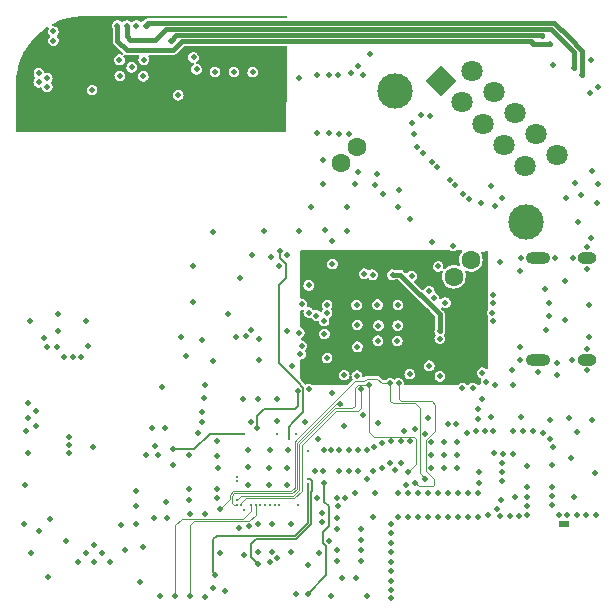
<source format=gbr>
%TF.GenerationSoftware,KiCad,Pcbnew,(6.0.9)*%
%TF.CreationDate,2022-11-20T21:59:21+01:00*%
%TF.ProjectId,repeat-hw,72657065-6174-42d6-9877-2e6b69636164,rev?*%
%TF.SameCoordinates,Original*%
%TF.FileFunction,Copper,L4,Inr*%
%TF.FilePolarity,Positive*%
%FSLAX46Y46*%
G04 Gerber Fmt 4.6, Leading zero omitted, Abs format (unit mm)*
G04 Created by KiCad (PCBNEW (6.0.9)) date 2022-11-20 21:59:21*
%MOMM*%
%LPD*%
G01*
G04 APERTURE LIST*
G04 Aperture macros list*
%AMRotRect*
0 Rectangle, with rotation*
0 The origin of the aperture is its center*
0 $1 length*
0 $2 width*
0 $3 Rotation angle, in degrees counterclockwise*
0 Add horizontal line*
21,1,$1,$2,0,0,$3*%
G04 Aperture macros list end*
%TA.AperFunction,ComponentPad*%
%ADD10R,0.900000X0.500000*%
%TD*%
%TA.AperFunction,ComponentPad*%
%ADD11O,2.100000X1.000000*%
%TD*%
%TA.AperFunction,ComponentPad*%
%ADD12O,1.600000X1.000000*%
%TD*%
%TA.AperFunction,ComponentPad*%
%ADD13C,0.500000*%
%TD*%
%TA.AperFunction,ComponentPad*%
%ADD14RotRect,1.800000X1.800000X135.000000*%
%TD*%
%TA.AperFunction,ComponentPad*%
%ADD15C,1.800000*%
%TD*%
%TA.AperFunction,ComponentPad*%
%ADD16C,1.600000*%
%TD*%
%TA.AperFunction,ComponentPad*%
%ADD17C,3.000000*%
%TD*%
%TA.AperFunction,ViaPad*%
%ADD18C,0.500000*%
%TD*%
%TA.AperFunction,ViaPad*%
%ADD19C,0.300000*%
%TD*%
%TA.AperFunction,Conductor*%
%ADD20C,0.200000*%
%TD*%
%TA.AperFunction,Conductor*%
%ADD21C,0.400000*%
%TD*%
%TA.AperFunction,Conductor*%
%ADD22C,0.100000*%
%TD*%
G04 APERTURE END LIST*
D10*
%TO.N,GND*%
%TO.C,AE1*%
X177450000Y-122775000D03*
%TD*%
D11*
%TO.N,GND*%
%TO.C,J1*%
X175180000Y-108920000D03*
D12*
X179360000Y-100280000D03*
X179360000Y-108920000D03*
D11*
X175180000Y-100280000D03*
%TD*%
D13*
%TO.N,GND*%
%TO.C,U7*%
X166162500Y-115900000D03*
X168362500Y-117000000D03*
X168362500Y-118100000D03*
X167262500Y-117000000D03*
X166162500Y-118100000D03*
X168362500Y-115900000D03*
X166162500Y-117000000D03*
X167262500Y-115900000D03*
X167262500Y-118100000D03*
%TD*%
D14*
%TO.N,Net-(FB4-Pad2)*%
%TO.C,J2*%
X166964394Y-85307897D03*
D15*
%TO.N,Net-(FB7-Pad2)*%
X169658471Y-84409872D03*
%TO.N,/W5100 + PoE/CON_RD-*%
X168760445Y-87103948D03*
%TO.N,+3V3A*%
X171454522Y-86205923D03*
%TO.N,/W5100 + PoE/CON_RD+*%
X170556497Y-88900000D03*
%TO.N,Net-(FB5-Pad2)*%
X173250574Y-88001974D03*
%TO.N,Net-(FB6-Pad2)*%
X172352548Y-90696051D03*
%TO.N,/W5100 + PoE/CON_TD-*%
X175046625Y-89798025D03*
%TO.N,+3V3A*%
X174148599Y-92492102D03*
%TO.N,/W5100 + PoE/CON_TD+*%
X176842676Y-91594076D03*
D16*
%TO.N,Net-(J2-Pad11)*%
X169520585Y-100436447D03*
%TO.N,/W5100 + PoE/LINK*%
X168085159Y-101871874D03*
%TO.N,Net-(J2-Pad13)*%
X159925146Y-90841008D03*
%TO.N,/W5100 + PoE/ACT*%
X158489719Y-92276434D03*
D17*
%TO.N,Net-(C61-Pad2)*%
X174226381Y-97236789D03*
X163124804Y-86135212D03*
%TD*%
D14*
%TO.N,Net-(FB4-Pad2)*%
%TO.C,J2*%
X166964394Y-85307897D03*
D15*
%TO.N,Net-(FB7-Pad2)*%
X169658471Y-84409872D03*
%TO.N,/W5100 + PoE/CON_RD-*%
X168760445Y-87103948D03*
%TO.N,+3V3A*%
X171454522Y-86205923D03*
%TO.N,/W5100 + PoE/CON_RD+*%
X170556497Y-88900000D03*
%TO.N,Net-(FB5-Pad2)*%
X173250574Y-88001974D03*
%TO.N,Net-(FB6-Pad2)*%
X172352548Y-90696051D03*
%TO.N,/W5100 + PoE/CON_TD-*%
X175046625Y-89798025D03*
%TO.N,+3V3A*%
X174148599Y-92492102D03*
%TO.N,/W5100 + PoE/CON_TD+*%
X176842676Y-91594076D03*
D16*
%TO.N,Net-(J2-Pad11)*%
X169520585Y-100436447D03*
%TO.N,/W5100 + PoE/LINK*%
X168085159Y-101871874D03*
%TO.N,Net-(J2-Pad13)*%
X159925146Y-90841008D03*
%TO.N,/W5100 + PoE/ACT*%
X158489719Y-92276434D03*
D17*
%TO.N,Net-(C61-Pad2)*%
X174226381Y-97236789D03*
X163124804Y-86135212D03*
%TD*%
D18*
%TO.N,/PLOSS*%
X153400000Y-99700000D03*
D19*
X154100000Y-115600000D03*
D18*
%TO.N,/~{RESET}*%
X155700000Y-128700000D03*
X157100000Y-119300000D03*
%TO.N,+1V2*%
X156025000Y-100375000D03*
X157364309Y-103249967D03*
X155325000Y-100375000D03*
X161855224Y-110110449D03*
X165820700Y-104739649D03*
X157350000Y-107900000D03*
%TO.N,Net-(C44-Pad2)*%
X175567660Y-81467660D03*
X144100000Y-81900000D03*
%TO.N,Net-(C48-Pad2)*%
X178919346Y-84819346D03*
X142000000Y-80600000D03*
%TO.N,Net-(C50-Pad2)*%
X178254665Y-84154665D03*
X140400000Y-80600000D03*
%TO.N,Net-(C54-Pad2)*%
X139600000Y-80600000D03*
X176232341Y-82132341D03*
%TO.N,/USENSE_USB*%
X170100000Y-113100000D03*
D19*
X149700000Y-118800000D03*
D18*
%TO.N,+1V2A*%
X166900000Y-106500000D03*
X162900000Y-101700000D03*
X166900000Y-107100000D03*
%TO.N,/W5100 + PoE/5V*%
X157500000Y-89700000D03*
X132700000Y-114500000D03*
X143600000Y-114700000D03*
X156500000Y-89700000D03*
X147700000Y-98100000D03*
X132700000Y-113200000D03*
X132000000Y-112600000D03*
X131900000Y-114900000D03*
X132000000Y-113800000D03*
%TO.N,VBUS*%
X142800000Y-116200000D03*
X176100000Y-104100000D03*
X176800000Y-109200000D03*
X176800000Y-110200000D03*
X175800000Y-102900000D03*
X176100000Y-105200000D03*
X171400000Y-103400000D03*
X171400000Y-104100000D03*
X175845000Y-106345000D03*
%TO.N,/W5100 + PoE/ACT*%
X157120366Y-106713606D03*
D19*
%TO.N,Net-(C1-Pad1)*%
X150300000Y-115200000D03*
D18*
X144322199Y-116477096D03*
%TO.N,Net-(C28-Pad2)*%
X180300000Y-85800000D03*
X134180000Y-81870000D03*
X141200000Y-80600000D03*
X133650000Y-85050000D03*
X133650000Y-85800000D03*
X157500000Y-84800000D03*
X147860243Y-84547730D03*
X132950000Y-85400000D03*
X179700000Y-83500000D03*
X156500000Y-84800000D03*
X134160000Y-81100000D03*
X146300000Y-84300000D03*
X149460000Y-84540000D03*
X137450000Y-86050000D03*
X132950000Y-84650000D03*
X151051223Y-84548894D03*
%TO.N,/SPIM_CLK*%
X164200000Y-118400000D03*
X160900000Y-111000000D03*
D19*
X149700000Y-120800000D03*
D18*
%TO.N,/SPIM_MOSI*%
X162700000Y-110900000D03*
X148300000Y-121500000D03*
X165637500Y-118962500D03*
D19*
%TO.N,/SPIM_MISO*%
X149700000Y-121200000D03*
D18*
X163400000Y-110900000D03*
X164800000Y-119300000D03*
X158420514Y-112600500D03*
D19*
%TO.N,Net-(C11-Pad1)*%
X154700000Y-115200000D03*
X155700000Y-116600000D03*
D18*
%TO.N,GND*%
X179500000Y-104250000D03*
X178528442Y-115027261D03*
X167586666Y-120200000D03*
X158600000Y-127400000D03*
X174300000Y-122000000D03*
X158900000Y-120600000D03*
X156700000Y-125300000D03*
X171000000Y-122000000D03*
X132250000Y-125250000D03*
X171200000Y-94200000D03*
X159200000Y-89800000D03*
X143400000Y-111200000D03*
X162800000Y-123600000D03*
X179300000Y-122000000D03*
X176619407Y-100269972D03*
X159883583Y-110238957D03*
X154000000Y-106500000D03*
X151500000Y-112200000D03*
X148300000Y-125300000D03*
X145000000Y-107000000D03*
X165073333Y-122200000D03*
X143000000Y-117000000D03*
X177500000Y-105500000D03*
X171350000Y-104950000D03*
X158400000Y-118300000D03*
X179378944Y-101213348D03*
X170100000Y-122200000D03*
X173000000Y-109750000D03*
X157800000Y-100800000D03*
X173700000Y-108900000D03*
X134542594Y-104997290D03*
X131700000Y-122800000D03*
X152600000Y-100200000D03*
X178250000Y-120500000D03*
X170100000Y-120200000D03*
X167586666Y-122200000D03*
X159750000Y-94000000D03*
X175200000Y-109900000D03*
X147000000Y-111000000D03*
X163600000Y-117600000D03*
X165500000Y-91400000D03*
X169262222Y-122200000D03*
X132000000Y-116750000D03*
X171400000Y-114900000D03*
X165900000Y-113800000D03*
X152700000Y-125200000D03*
X165000000Y-90900000D03*
X158200000Y-123230000D03*
X135800000Y-108700000D03*
X160200000Y-124120000D03*
X132189452Y-105576195D03*
X176200000Y-115600000D03*
X179500000Y-107000000D03*
X163600000Y-115800000D03*
X158300000Y-121300000D03*
X137500000Y-116250000D03*
X143700000Y-120900000D03*
X134500000Y-107800000D03*
X155700000Y-126300000D03*
X158400000Y-116500000D03*
X155100000Y-108400000D03*
X152535194Y-116529244D03*
X133000000Y-123400000D03*
X164235555Y-120200000D03*
X163397777Y-120200000D03*
X149000000Y-105000000D03*
X147000000Y-129000000D03*
X143800000Y-122300000D03*
X151500000Y-125200000D03*
X152000000Y-98000000D03*
X160200000Y-125010000D03*
X179400000Y-109800000D03*
X158200000Y-125900000D03*
X161400000Y-120200000D03*
X176394797Y-120441295D03*
X168900000Y-94900000D03*
X164235555Y-122200000D03*
X151600000Y-108900000D03*
X161200000Y-122200000D03*
X179800000Y-92900000D03*
X173091666Y-114900000D03*
X173600000Y-122100000D03*
X162700000Y-117600000D03*
X172262500Y-116900000D03*
X154048338Y-116562869D03*
X172000000Y-122100000D03*
X173789278Y-100289224D03*
X151000000Y-100000000D03*
X135250000Y-124250000D03*
X172800000Y-122100000D03*
X157500000Y-124200000D03*
X154000000Y-100000000D03*
X168000000Y-99250000D03*
X173920833Y-114900000D03*
X174300000Y-121300000D03*
X161650000Y-114275000D03*
X150663379Y-119488281D03*
X141200000Y-121300000D03*
X180300000Y-94000000D03*
X157000000Y-118300000D03*
X155800000Y-102600000D03*
X152445527Y-119488281D03*
X172100000Y-120800000D03*
X146400000Y-115100000D03*
X171700000Y-121500000D03*
X145400000Y-108550000D03*
X133900000Y-122400000D03*
X159000000Y-98000000D03*
X137142306Y-107731008D03*
X153969879Y-119477072D03*
X151600000Y-107100000D03*
X161200000Y-118300000D03*
X148700000Y-128500000D03*
X155800000Y-104900000D03*
X160000000Y-93000000D03*
X153992296Y-118064805D03*
X173091666Y-116900000D03*
X158800000Y-110200000D03*
X169400000Y-95300000D03*
X160425000Y-113550000D03*
X170700000Y-114900000D03*
X158200000Y-122300000D03*
X153100000Y-112200000D03*
X146000000Y-101000000D03*
X170200000Y-118400000D03*
X160000000Y-116500000D03*
X162800000Y-126000000D03*
X159915855Y-107793773D03*
X160000000Y-118300000D03*
X140250000Y-125000000D03*
X161984172Y-115955394D03*
X158200000Y-125010000D03*
X164400000Y-115800000D03*
X133347262Y-107018098D03*
X166000000Y-109400000D03*
X179346856Y-99371518D03*
X175600000Y-115100000D03*
X155200000Y-107700000D03*
X156000000Y-96000000D03*
X176400000Y-121200000D03*
X165300000Y-88200000D03*
X172200000Y-95200000D03*
X157800000Y-98800000D03*
X180100000Y-122000000D03*
X145700000Y-120800000D03*
X166748888Y-120200000D03*
X177000000Y-122000000D03*
X162800000Y-122800000D03*
X180200000Y-95600000D03*
X162800000Y-115800000D03*
X170200000Y-119300000D03*
X161694794Y-105999432D03*
X162800000Y-129100000D03*
X176400000Y-119700000D03*
X159908154Y-105937824D03*
X145700000Y-117000000D03*
X173700000Y-107800000D03*
X161651979Y-107284598D03*
X165911111Y-120200000D03*
X150500000Y-106900000D03*
X178100000Y-108900000D03*
X177700000Y-122000000D03*
X178000000Y-117250000D03*
X152434318Y-118019971D03*
X171250000Y-113750000D03*
X157700000Y-116500000D03*
X155200000Y-104200000D03*
X141200000Y-122800000D03*
X147700000Y-128200000D03*
X154400000Y-109400000D03*
X163350000Y-104250000D03*
X157000000Y-94000000D03*
X161200000Y-101700000D03*
X159200000Y-116500000D03*
X171400000Y-105600000D03*
X161360349Y-116260631D03*
X131750000Y-119500000D03*
X150640962Y-116506827D03*
X159200000Y-118300000D03*
X179700000Y-98600000D03*
X157342180Y-104961906D03*
X162800000Y-124400000D03*
X141200000Y-120000000D03*
X174300000Y-117900000D03*
X141750000Y-124750000D03*
X168424444Y-122200000D03*
X172200000Y-117600000D03*
X157059599Y-116507942D03*
X159000000Y-96000000D03*
X178500000Y-122000000D03*
X160700000Y-128900000D03*
X146000000Y-104000000D03*
X180000000Y-118500000D03*
X163327413Y-105999432D03*
X174300000Y-119700000D03*
X174300000Y-120500000D03*
X163300000Y-107300000D03*
X166900000Y-110300000D03*
X142550000Y-114650000D03*
X177500000Y-102250000D03*
X162800000Y-128400000D03*
X150000000Y-102000000D03*
X160200000Y-123230000D03*
X173700000Y-101400000D03*
X150200000Y-112200000D03*
X166750000Y-101000000D03*
X166100000Y-88300000D03*
X146750000Y-107250000D03*
X144300000Y-117800000D03*
X161617783Y-104228195D03*
X165911111Y-122200000D03*
X160200000Y-125900000D03*
X168424444Y-120200000D03*
X150900000Y-106400000D03*
X169262222Y-120200000D03*
X164500000Y-101800000D03*
X159800000Y-127400000D03*
X178600000Y-97200000D03*
X177855938Y-113867535D03*
X159700000Y-120200000D03*
X179353274Y-107990257D03*
X162000000Y-118100000D03*
X167370213Y-104054446D03*
X162800000Y-127600000D03*
X149600000Y-107000000D03*
X154300000Y-125200000D03*
X157700000Y-128900000D03*
X157000000Y-92000000D03*
X160700000Y-116500000D03*
X172200000Y-119200000D03*
X176400000Y-117800000D03*
X160700000Y-119000000D03*
X157200000Y-97900000D03*
X173750000Y-113750000D03*
X136500000Y-108700000D03*
X178300000Y-93900000D03*
X133750000Y-127250000D03*
X158400000Y-89800000D03*
X153300000Y-101000000D03*
X155800000Y-111400000D03*
X174750000Y-114900000D03*
X145700000Y-119800000D03*
X171500000Y-116800000D03*
X173250000Y-120500000D03*
X141500000Y-127750000D03*
X133600000Y-107800000D03*
X163397777Y-122200000D03*
X165073333Y-120200000D03*
X142000000Y-117000000D03*
X150300000Y-125400000D03*
X170100000Y-113900000D03*
X176250000Y-114000000D03*
X162800000Y-126800000D03*
X172200000Y-118400000D03*
X170000000Y-114900000D03*
X134547954Y-106423112D03*
X136976139Y-105592276D03*
X139900000Y-122900000D03*
X150663379Y-118008762D03*
X176500000Y-116300000D03*
X170500000Y-112250000D03*
X135100000Y-108700000D03*
X178159614Y-100308477D03*
X159850000Y-104250000D03*
X155000000Y-98000000D03*
X166748888Y-122200000D03*
X157750000Y-111750000D03*
X162800000Y-125200000D03*
%TO.N,+3V3A*%
X170400000Y-95600000D03*
X166700000Y-92600000D03*
X178831300Y-94968700D03*
X161600000Y-93200000D03*
X164700000Y-89800000D03*
X166250000Y-92150000D03*
X168200000Y-94100000D03*
X167750000Y-93650000D03*
X160512132Y-101612132D03*
X171550000Y-95850000D03*
X177600000Y-95200000D03*
X164560589Y-88839411D03*
X156450000Y-105150000D03*
X171950000Y-100650000D03*
X157350000Y-104250000D03*
%TO.N,/W5100 + PoE/RD+*%
X163477639Y-94522361D03*
X162100000Y-94900000D03*
%TO.N,+3V3*%
X156616807Y-115632286D03*
X137600000Y-124600000D03*
X157350000Y-108750000D03*
X158200000Y-120600000D03*
D19*
X153100000Y-115200000D03*
D18*
X149900000Y-123100000D03*
X152700000Y-122800000D03*
X148000000Y-120600000D03*
X142674083Y-122265469D03*
X150700000Y-123000000D03*
X179800000Y-114000000D03*
X136250000Y-126000000D03*
X148000000Y-119800000D03*
X155000000Y-106600000D03*
X137600000Y-126000000D03*
X148100000Y-118100000D03*
X148000000Y-115800000D03*
X150900000Y-114200000D03*
X167594786Y-114376539D03*
X155467596Y-114147040D03*
X168237500Y-114337500D03*
X164354338Y-110109843D03*
X151500000Y-122800000D03*
X147700000Y-109000000D03*
X156300000Y-118300000D03*
X138300000Y-125300000D03*
X154300000Y-122800000D03*
X156500000Y-120600000D03*
X154700000Y-128700000D03*
X148033177Y-117027798D03*
X139000000Y-126000000D03*
X136900000Y-125300000D03*
%TO.N,/W5100 + PoE/LINK*%
X157100000Y-105600000D03*
%TO.N,Net-(L1-Pad2)*%
X153125000Y-114100000D03*
X158775000Y-114500000D03*
%TO.N,/SWDIO*%
X147900000Y-127100000D03*
D19*
X155700000Y-119400000D03*
%TO.N,/~{ETH_CS}*%
X150100000Y-121200000D03*
D18*
X160200000Y-111400000D03*
%TO.N,/QSPI1*%
X144472912Y-128894403D03*
D19*
X150900000Y-121200000D03*
D18*
%TO.N,/QSPI2*%
X145750412Y-128893682D03*
D19*
X151300000Y-121200000D03*
D18*
%TO.N,/QSPI_CLK*%
X145735000Y-121950000D03*
D19*
X151700000Y-121200000D03*
%TO.N,/~{QSPI_CS}*%
X152100000Y-121200000D03*
D18*
X143195000Y-128895000D03*
%TO.N,/~{ETH_RST}*%
X166000000Y-103100000D03*
D19*
X152500000Y-121200000D03*
%TO.N,/FEM_MODE*%
X152900000Y-121200000D03*
D18*
X169200000Y-115100000D03*
D19*
%TO.N,/FEM_RXEN*%
X153300000Y-121200000D03*
D18*
X163900000Y-114900000D03*
%TO.N,Net-(L3-Pad2)*%
X151400000Y-114700000D03*
X154900000Y-111500000D03*
D19*
%TO.N,/FEM_ANTSEL*%
X154900000Y-121200000D03*
D18*
X164800000Y-114800000D03*
D19*
%TO.N,/SWDCLK*%
X155700000Y-119000000D03*
D18*
X151500000Y-126200000D03*
%TO.N,/QSPI0*%
X147005000Y-121950000D03*
D19*
X150300000Y-121600000D03*
D18*
%TO.N,Earth*%
X179600000Y-86300000D03*
X160000000Y-84000000D03*
X139806290Y-84875883D03*
X161000000Y-83000000D03*
X140806554Y-84133678D03*
X144750000Y-86500000D03*
X139772919Y-83499315D03*
X176500000Y-83900000D03*
X158300000Y-84800000D03*
X155000000Y-85000000D03*
X141791885Y-84900912D03*
X146050000Y-83300000D03*
X159350000Y-84600000D03*
X160400000Y-84800000D03*
X141835863Y-83493294D03*
%TO.N,/~{ETH_INT}*%
X166400000Y-103700000D03*
X152500000Y-126043410D03*
%TO.N,/~{FEM_CS}*%
X164000000Y-119500000D03*
X153102920Y-125643910D03*
%TO.N,/FEM_TXEN*%
X156900000Y-122600000D03*
X165600000Y-115200000D03*
%TO.N,/~{FEM_PDN}*%
X156900000Y-121900000D03*
X163100000Y-118200000D03*
%TO.N,/USENSE_POE*%
X146900000Y-112100000D03*
D19*
X149700000Y-119200000D03*
D18*
%TO.N,+5V*%
X171580000Y-111020000D03*
X170500000Y-110000000D03*
X135500000Y-116800000D03*
X173080000Y-111020000D03*
X170800000Y-110800000D03*
X135500000Y-115400000D03*
X135500000Y-116100000D03*
%TO.N,Net-(C73-Pad1)*%
X161432782Y-94132782D03*
X163350000Y-95950000D03*
%TO.N,Net-(C74-Pad1)*%
X166260660Y-98960660D03*
X164346340Y-96953660D03*
%TO.N,/ESD_D+*%
X146802041Y-114200000D03*
X168800000Y-111300000D03*
%TO.N,/ESD_D-*%
X146802041Y-113300000D03*
X169700000Y-111300000D03*
%TO.N,Net-(C31-Pad2)*%
X148200000Y-88600000D03*
X137550000Y-85250000D03*
X151900000Y-88600000D03*
X131640000Y-84390000D03*
X148700000Y-83000000D03*
X137405903Y-81301618D03*
X136578572Y-80404763D03*
X150300000Y-83000000D03*
X150100000Y-85900000D03*
X137250000Y-83000000D03*
X136592477Y-82205425D03*
X153000000Y-84000000D03*
X144050000Y-84300000D03*
X152200000Y-85900000D03*
X138250000Y-80250000D03*
X151200000Y-86900000D03*
X131590000Y-86840000D03*
X133000000Y-82030000D03*
%TD*%
D20*
%TO.N,/PLOSS*%
X153300000Y-102600000D02*
X153900000Y-102000000D01*
X155350000Y-111500000D02*
X155350000Y-111250000D01*
X154500000Y-114200000D02*
X155350000Y-113350000D01*
X154100000Y-114600000D02*
X154500000Y-114200000D01*
X155350000Y-111250000D02*
X154900000Y-110800000D01*
X154100000Y-115600000D02*
X154100000Y-114600000D01*
X153300000Y-109200000D02*
X153300000Y-108600000D01*
X155350000Y-113350000D02*
X155350000Y-111500000D01*
X153300000Y-108600000D02*
X153300000Y-102600000D01*
X154900000Y-110800000D02*
X153300000Y-109200000D01*
X153900000Y-100800000D02*
X153700000Y-100600000D01*
X153900000Y-102000000D02*
X153900000Y-100800000D01*
X153400000Y-100300000D02*
X153400000Y-99700000D01*
X153700000Y-100600000D02*
X153400000Y-100300000D01*
%TO.N,/~{RESET}*%
X157100000Y-120900000D02*
X157500000Y-121300000D01*
X157300000Y-124700000D02*
X157300000Y-127100000D01*
X157100000Y-119300000D02*
X157100000Y-120900000D01*
X157300000Y-127100000D02*
X155700000Y-128700000D01*
X157500000Y-121300000D02*
X157500000Y-123000000D01*
X157000000Y-124400000D02*
X157300000Y-124700000D01*
X157000000Y-123500000D02*
X157000000Y-124400000D01*
X157500000Y-123000000D02*
X157000000Y-123500000D01*
D21*
%TO.N,Net-(C44-Pad2)*%
X175567660Y-81467660D02*
X175535320Y-81500000D01*
X175523411Y-81423411D02*
X174846021Y-81423411D01*
X175567660Y-81467660D02*
X175523411Y-81423411D01*
X174846021Y-81423411D02*
X145476589Y-81423411D01*
X145476589Y-81423411D02*
X144776589Y-81423411D01*
X144576589Y-81423411D02*
X144100000Y-81900000D01*
X144776589Y-81423411D02*
X144576589Y-81423411D01*
%TO.N,Net-(C48-Pad2)*%
X172900000Y-80400000D02*
X143200000Y-80400000D01*
X176600000Y-80400000D02*
X176100000Y-80400000D01*
X143200000Y-80400000D02*
X142200000Y-80400000D01*
X178919346Y-84819346D02*
X178919346Y-82719346D01*
X142200000Y-80400000D02*
X142000000Y-80600000D01*
X177800000Y-81600000D02*
X176600000Y-80400000D01*
X178919346Y-82719346D02*
X177800000Y-81600000D01*
X176100000Y-80400000D02*
X172900000Y-80400000D01*
%TO.N,Net-(C50-Pad2)*%
X143682340Y-80917660D02*
X142800000Y-81800000D01*
X178254665Y-84154665D02*
X178254665Y-82854665D01*
X140700000Y-81800000D02*
X140400000Y-81500000D01*
X176317660Y-80917660D02*
X143682340Y-80917660D01*
X140400000Y-81500000D02*
X140400000Y-80600000D01*
X178254665Y-82854665D02*
X176317660Y-80917660D01*
X142800000Y-81800000D02*
X140700000Y-81800000D01*
%TO.N,Net-(C54-Pad2)*%
X139600000Y-81900000D02*
X140400000Y-82700000D01*
X171636166Y-81936166D02*
X169963834Y-81936166D01*
X139600000Y-80600000D02*
X139600000Y-81900000D01*
X174791920Y-82132341D02*
X174595745Y-81936166D01*
X174595745Y-81936166D02*
X171636166Y-81936166D01*
X145063834Y-81936166D02*
X171636166Y-81936166D01*
X144300000Y-82700000D02*
X145063834Y-81936166D01*
X176232341Y-82132341D02*
X174791920Y-82132341D01*
X140400000Y-82700000D02*
X144300000Y-82700000D01*
%TO.N,+1V2A*%
X162900000Y-101700000D02*
X163558869Y-101700000D01*
X166900000Y-105041131D02*
X166900000Y-106500000D01*
X163558869Y-101700000D02*
X166900000Y-105041131D01*
D20*
%TO.N,Net-(C1-Pad1)*%
X147400000Y-115200000D02*
X150300000Y-115200000D01*
X144322199Y-116477096D02*
X146122904Y-116477096D01*
X146122904Y-116477096D02*
X147400000Y-115200000D01*
D22*
%TO.N,/SPIM_CLK*%
X155000000Y-118100000D02*
X155000000Y-116000000D01*
X149700000Y-120800000D02*
X150100000Y-120400000D01*
X159700000Y-111300000D02*
X159700000Y-112800000D01*
X164700000Y-115400000D02*
X161300000Y-115400000D01*
X161300000Y-115400000D02*
X160900000Y-115000000D01*
X164900000Y-117700000D02*
X164900000Y-115600000D01*
X160900000Y-111000000D02*
X160000000Y-111000000D01*
X159700000Y-112800000D02*
X159500000Y-113000000D01*
X158000000Y-113000000D02*
X157900000Y-113100000D01*
X155000000Y-116000000D02*
X155300000Y-115700000D01*
X159500000Y-113000000D02*
X158000000Y-113000000D01*
X164200000Y-118400000D02*
X164900000Y-117700000D01*
X155300000Y-115700000D02*
X157900000Y-113100000D01*
X150100000Y-120400000D02*
X151000000Y-120400000D01*
X155000000Y-119900000D02*
X155000000Y-118100000D01*
X164900000Y-115600000D02*
X164700000Y-115400000D01*
X151000000Y-120400000D02*
X154500000Y-120400000D01*
X160900000Y-115000000D02*
X160900000Y-111000000D01*
X160000000Y-111000000D02*
X159700000Y-111300000D01*
X154500000Y-120400000D02*
X155000000Y-119900000D01*
%TO.N,/SPIM_MOSI*%
X159734316Y-110700000D02*
X160500000Y-110700000D01*
X165200000Y-113000000D02*
X164800000Y-112600000D01*
X154600000Y-115834315D02*
X154734315Y-115700000D01*
X162900000Y-112600000D02*
X162700000Y-112400000D01*
X160500000Y-110700000D02*
X160700000Y-110500000D01*
X157617158Y-112817158D02*
X157667158Y-112767158D01*
X149100000Y-120700000D02*
X149100000Y-120500000D01*
X157617158Y-112817158D02*
X159734316Y-110700000D01*
X162000000Y-110900000D02*
X162700000Y-110900000D01*
X160700000Y-110500000D02*
X161600000Y-110500000D01*
X165200000Y-118525000D02*
X165200000Y-113000000D01*
X149100000Y-120317158D02*
X149417158Y-120000000D01*
X149900000Y-120000000D02*
X150100000Y-120000000D01*
X149100000Y-120500000D02*
X149100000Y-120317158D01*
X154467158Y-119867158D02*
X154600000Y-119734316D01*
X148600000Y-121200000D02*
X149100000Y-120700000D01*
X154734315Y-115700000D02*
X157617158Y-112817158D01*
X149417158Y-120000000D02*
X149900000Y-120000000D01*
X154334316Y-120000000D02*
X154467158Y-119867158D01*
X162700000Y-112400000D02*
X162700000Y-110900000D01*
X154600000Y-119500000D02*
X154600000Y-115834315D01*
X150100000Y-120000000D02*
X153600000Y-120000000D01*
X165637500Y-118962500D02*
X165200000Y-118525000D01*
X150100000Y-120000000D02*
X150200000Y-120000000D01*
X154000000Y-120000000D02*
X154334316Y-120000000D01*
X148300000Y-121500000D02*
X148600000Y-121200000D01*
X164800000Y-112600000D02*
X162900000Y-112600000D01*
X161600000Y-110500000D02*
X162000000Y-110900000D01*
X153600000Y-120000000D02*
X154000000Y-120000000D01*
X154600000Y-119734316D02*
X154600000Y-119500000D01*
%TO.N,/SPIM_MISO*%
X163600000Y-112400000D02*
X163400000Y-112200000D01*
X149500000Y-121200000D02*
X149700000Y-121200000D01*
X166200000Y-112400000D02*
X163600000Y-112400000D01*
X149500000Y-120200000D02*
X149300000Y-120400000D01*
X154800000Y-115917158D02*
X154800000Y-119817158D01*
X149300000Y-121000000D02*
X149500000Y-121200000D01*
X158420514Y-112600500D02*
X158116658Y-112600500D01*
X154800000Y-119817158D02*
X154417158Y-120200000D01*
X158116658Y-112600500D02*
X154800000Y-115917158D01*
X166400000Y-119500000D02*
X166400000Y-119000000D01*
X158420514Y-112600500D02*
X158500500Y-112600500D01*
X165100000Y-119600000D02*
X166300000Y-119600000D01*
X165700000Y-118300000D02*
X165700000Y-115700000D01*
X158500500Y-112600500D02*
X158600000Y-112700000D01*
X163400000Y-112200000D02*
X163400000Y-110900000D01*
X149300000Y-120400000D02*
X149300000Y-121000000D01*
X154417158Y-120200000D02*
X149500000Y-120200000D01*
X166500000Y-112700000D02*
X166200000Y-112400000D01*
X166400000Y-119000000D02*
X165700000Y-118300000D01*
X164800000Y-119300000D02*
X165100000Y-119600000D01*
X166300000Y-119600000D02*
X166400000Y-119500000D01*
X166500000Y-114900000D02*
X166500000Y-112700000D01*
X165700000Y-115700000D02*
X166500000Y-114900000D01*
D20*
%TO.N,/SWDIO*%
X155700000Y-122700000D02*
X154600000Y-123800000D01*
X155700000Y-119400000D02*
X155700000Y-122700000D01*
X147700000Y-126900000D02*
X147900000Y-127100000D01*
X147700000Y-124100000D02*
X147700000Y-126900000D01*
X154600000Y-123800000D02*
X148000000Y-123800000D01*
X148000000Y-123800000D02*
X147700000Y-124100000D01*
D22*
%TO.N,/~{ETH_CS}*%
X160200000Y-112500000D02*
X160200000Y-112400000D01*
X150500000Y-120600000D02*
X154582842Y-120600000D01*
X155200000Y-119982842D02*
X155200000Y-116100000D01*
X158100000Y-113200000D02*
X160000000Y-113200000D01*
X160200000Y-113000000D02*
X160200000Y-112400000D01*
X160000000Y-113200000D02*
X160200000Y-113000000D01*
X150100000Y-121200000D02*
X150100000Y-121000000D01*
X157900000Y-113400000D02*
X158100000Y-113200000D01*
X160200000Y-112400000D02*
X160200000Y-111400000D01*
X154582842Y-120600000D02*
X155200000Y-119982842D01*
X155200000Y-116100000D02*
X157900000Y-113400000D01*
X150100000Y-121000000D02*
X150500000Y-120600000D01*
%TO.N,/QSPI1*%
X150900000Y-121200000D02*
X150900000Y-121700000D01*
X145050000Y-122350000D02*
X144472912Y-122927088D01*
X150250000Y-122350000D02*
X145050000Y-122350000D01*
X150900000Y-121700000D02*
X150250000Y-122350000D01*
X144472912Y-122927088D02*
X144472912Y-128894403D01*
%TO.N,/QSPI2*%
X151300000Y-121200000D02*
X151300000Y-122000000D01*
X145750412Y-128893682D02*
X145750412Y-122849588D01*
X145750412Y-122849588D02*
X146050000Y-122550000D01*
X150750000Y-122550000D02*
X146050000Y-122550000D01*
X151300000Y-122000000D02*
X150750000Y-122550000D01*
D20*
%TO.N,Net-(L3-Pad2)*%
X152000000Y-113100000D02*
X154600000Y-113100000D01*
X154900000Y-112800000D02*
X154900000Y-111500000D01*
X154600000Y-113100000D02*
X154900000Y-112800000D01*
X151400000Y-113700000D02*
X152000000Y-113100000D01*
X151400000Y-114700000D02*
X151400000Y-113700000D01*
%TO.N,/SWDCLK*%
X155700000Y-119000000D02*
X155900000Y-119000000D01*
X154724264Y-124100000D02*
X151300000Y-124100000D01*
X150900000Y-124500000D02*
X150900000Y-125600000D01*
X155900000Y-119000000D02*
X156100000Y-119200000D01*
X156000000Y-122824264D02*
X154724264Y-124100000D01*
X156100000Y-120000000D02*
X156000000Y-120100000D01*
X150900000Y-125600000D02*
X151500000Y-126200000D01*
X156100000Y-119200000D02*
X156100000Y-120000000D01*
X156000000Y-120100000D02*
X156000000Y-122824264D01*
X151300000Y-124100000D02*
X150900000Y-124500000D01*
%TD*%
%TA.AperFunction,Conductor*%
%TO.N,Net-(C31-Pad2)*%
G36*
X153959191Y-79819407D02*
G01*
X153995155Y-79868907D01*
X154000000Y-79899500D01*
X154000000Y-79900500D01*
X153981093Y-79958691D01*
X153931593Y-79994655D01*
X153901000Y-79999500D01*
X142136567Y-79999500D01*
X142113620Y-80006956D01*
X142098519Y-80010581D01*
X142082391Y-80013135D01*
X142082389Y-80013136D01*
X142074696Y-80014354D01*
X142053201Y-80025306D01*
X142038855Y-80031249D01*
X142023320Y-80036296D01*
X142023316Y-80036298D01*
X142015911Y-80038704D01*
X141996390Y-80052887D01*
X141983151Y-80060999D01*
X141968597Y-80068414D01*
X141968595Y-80068416D01*
X141961658Y-80071950D01*
X141939095Y-80094513D01*
X141939091Y-80094516D01*
X141881175Y-80152432D01*
X141838375Y-80177617D01*
X141814155Y-80184539D01*
X141705019Y-80253399D01*
X141700355Y-80258680D01*
X141700348Y-80258686D01*
X141674378Y-80288093D01*
X141621687Y-80319193D01*
X141560778Y-80313383D01*
X141525175Y-80287182D01*
X141499193Y-80257028D01*
X141493276Y-80253193D01*
X141493274Y-80253191D01*
X141396824Y-80190677D01*
X141390906Y-80186841D01*
X141384150Y-80184821D01*
X141384149Y-80184820D01*
X141336494Y-80170568D01*
X141267273Y-80149866D01*
X141190644Y-80149398D01*
X141145282Y-80149121D01*
X141138231Y-80149078D01*
X141131454Y-80151015D01*
X141131453Y-80151015D01*
X141020935Y-80182601D01*
X141020933Y-80182602D01*
X141014155Y-80184539D01*
X140905019Y-80253399D01*
X140900355Y-80258680D01*
X140900348Y-80258686D01*
X140874378Y-80288093D01*
X140821687Y-80319193D01*
X140760778Y-80313383D01*
X140725175Y-80287182D01*
X140699193Y-80257028D01*
X140693276Y-80253193D01*
X140693274Y-80253191D01*
X140596824Y-80190677D01*
X140590906Y-80186841D01*
X140584150Y-80184821D01*
X140584149Y-80184820D01*
X140536494Y-80170568D01*
X140467273Y-80149866D01*
X140390644Y-80149398D01*
X140345282Y-80149121D01*
X140338231Y-80149078D01*
X140331454Y-80151015D01*
X140331453Y-80151015D01*
X140220935Y-80182601D01*
X140220933Y-80182602D01*
X140214155Y-80184539D01*
X140105019Y-80253399D01*
X140100355Y-80258680D01*
X140100348Y-80258686D01*
X140074378Y-80288093D01*
X140021687Y-80319193D01*
X139960778Y-80313383D01*
X139925175Y-80287182D01*
X139899193Y-80257028D01*
X139893276Y-80253193D01*
X139893274Y-80253191D01*
X139796824Y-80190677D01*
X139790906Y-80186841D01*
X139784150Y-80184821D01*
X139784149Y-80184820D01*
X139736494Y-80170568D01*
X139667273Y-80149866D01*
X139590644Y-80149398D01*
X139545282Y-80149121D01*
X139538231Y-80149078D01*
X139531454Y-80151015D01*
X139531453Y-80151015D01*
X139420935Y-80182601D01*
X139420933Y-80182602D01*
X139414155Y-80184539D01*
X139305019Y-80253399D01*
X139219596Y-80350122D01*
X139164754Y-80466932D01*
X139144901Y-80594440D01*
X139161633Y-80722394D01*
X139164471Y-80728845D01*
X139164472Y-80728847D01*
X139191116Y-80789400D01*
X139199500Y-80829272D01*
X139199500Y-81963433D01*
X139206639Y-81985403D01*
X139206955Y-81986375D01*
X139210581Y-82001481D01*
X139214354Y-82025304D01*
X139225305Y-82046797D01*
X139231248Y-82061143D01*
X139238704Y-82084090D01*
X139243285Y-82090395D01*
X139252883Y-82103605D01*
X139260998Y-82116846D01*
X139271950Y-82138342D01*
X139294513Y-82160905D01*
X139294516Y-82160909D01*
X140051801Y-82918194D01*
X140079578Y-82972711D01*
X140070007Y-83033143D01*
X140026742Y-83076408D01*
X139966310Y-83085979D01*
X139953431Y-83083047D01*
X139846954Y-83051203D01*
X139846952Y-83051203D01*
X139840192Y-83049181D01*
X139763563Y-83048713D01*
X139718201Y-83048436D01*
X139711150Y-83048393D01*
X139704373Y-83050330D01*
X139704372Y-83050330D01*
X139593854Y-83081916D01*
X139593852Y-83081917D01*
X139587074Y-83083854D01*
X139477938Y-83152714D01*
X139392515Y-83249437D01*
X139337673Y-83366247D01*
X139317820Y-83493755D01*
X139318735Y-83500752D01*
X139318735Y-83500753D01*
X139319707Y-83508185D01*
X139334552Y-83621709D01*
X139337390Y-83628160D01*
X139337391Y-83628162D01*
X139376789Y-83717700D01*
X139386524Y-83739825D01*
X139411419Y-83769441D01*
X139465019Y-83833207D01*
X139465022Y-83833209D01*
X139469558Y-83838606D01*
X139576979Y-83910111D01*
X139583707Y-83912213D01*
X139583709Y-83912214D01*
X139638565Y-83929352D01*
X139700152Y-83948593D01*
X139764663Y-83949776D01*
X139822121Y-83950829D01*
X139822123Y-83950829D01*
X139829174Y-83950958D01*
X139835977Y-83949103D01*
X139835979Y-83949103D01*
X139877747Y-83937715D01*
X139953674Y-83917015D01*
X140063643Y-83849494D01*
X140078948Y-83832585D01*
X140145509Y-83759050D01*
X140145509Y-83759049D01*
X140150241Y-83753822D01*
X140200456Y-83650179D01*
X140203431Y-83644039D01*
X140203431Y-83644038D01*
X140206507Y-83637690D01*
X140219622Y-83559735D01*
X140227282Y-83514206D01*
X140227282Y-83514201D01*
X140227916Y-83510435D01*
X140228052Y-83499315D01*
X140209758Y-83371574D01*
X140156347Y-83254103D01*
X140133595Y-83227698D01*
X140109934Y-83171273D01*
X140123958Y-83111716D01*
X140170310Y-83071777D01*
X140231285Y-83066710D01*
X140253533Y-83074863D01*
X140274696Y-83085646D01*
X140282389Y-83086864D01*
X140282391Y-83086865D01*
X140298519Y-83089419D01*
X140313620Y-83093044D01*
X140336567Y-83100500D01*
X141367054Y-83100500D01*
X141425245Y-83119407D01*
X141461209Y-83168907D01*
X141461209Y-83230093D01*
X141454930Y-83243168D01*
X141455459Y-83243416D01*
X141400617Y-83360226D01*
X141380764Y-83487734D01*
X141381679Y-83494731D01*
X141381679Y-83494732D01*
X141384226Y-83514206D01*
X141397496Y-83615688D01*
X141400334Y-83622139D01*
X141400335Y-83622141D01*
X141442733Y-83718498D01*
X141449468Y-83733804D01*
X141479424Y-83769441D01*
X141527963Y-83827186D01*
X141527966Y-83827188D01*
X141532502Y-83832585D01*
X141639923Y-83904090D01*
X141646651Y-83906192D01*
X141646653Y-83906193D01*
X141701509Y-83923331D01*
X141763096Y-83942572D01*
X141827607Y-83943754D01*
X141885065Y-83944808D01*
X141885067Y-83944808D01*
X141892118Y-83944937D01*
X141898921Y-83943082D01*
X141898923Y-83943082D01*
X141940691Y-83931694D01*
X142016618Y-83910994D01*
X142126587Y-83843473D01*
X142136442Y-83832585D01*
X142208453Y-83753029D01*
X142208453Y-83753028D01*
X142213185Y-83747801D01*
X142269451Y-83631669D01*
X142283879Y-83545909D01*
X142290226Y-83508185D01*
X142290226Y-83508180D01*
X142290860Y-83504414D01*
X142290996Y-83493294D01*
X142272702Y-83365553D01*
X142240369Y-83294440D01*
X145594901Y-83294440D01*
X145595816Y-83301437D01*
X145595816Y-83301438D01*
X145597082Y-83311120D01*
X145611633Y-83422394D01*
X145614471Y-83428845D01*
X145614472Y-83428847D01*
X145652031Y-83514206D01*
X145663605Y-83540510D01*
X145705122Y-83589900D01*
X145742100Y-83633892D01*
X145742103Y-83633894D01*
X145746639Y-83639291D01*
X145854060Y-83710796D01*
X145860788Y-83712898D01*
X145860790Y-83712899D01*
X145915646Y-83730037D01*
X145977233Y-83749278D01*
X145986162Y-83749442D01*
X145987640Y-83749469D01*
X145990265Y-83750375D01*
X145991244Y-83750534D01*
X145991216Y-83750704D01*
X146045474Y-83769441D01*
X146080523Y-83819593D01*
X146079400Y-83880768D01*
X146038650Y-83932179D01*
X146011828Y-83949103D01*
X146005019Y-83953399D01*
X145919596Y-84050122D01*
X145864754Y-84166932D01*
X145844901Y-84294440D01*
X145845816Y-84301437D01*
X145845816Y-84301438D01*
X145847082Y-84311120D01*
X145861633Y-84422394D01*
X145864471Y-84428845D01*
X145864472Y-84428847D01*
X145910261Y-84532911D01*
X145913605Y-84540510D01*
X145932749Y-84563284D01*
X145992100Y-84633892D01*
X145992103Y-84633894D01*
X145996639Y-84639291D01*
X146104060Y-84710796D01*
X146110788Y-84712898D01*
X146110790Y-84712899D01*
X146165646Y-84730037D01*
X146227233Y-84749278D01*
X146291744Y-84750461D01*
X146349202Y-84751514D01*
X146349204Y-84751514D01*
X146356255Y-84751643D01*
X146363058Y-84749788D01*
X146363060Y-84749788D01*
X146404828Y-84738400D01*
X146480755Y-84717700D01*
X146590724Y-84650179D01*
X146636304Y-84599823D01*
X146672590Y-84559735D01*
X146672590Y-84559734D01*
X146677322Y-84554507D01*
X146683299Y-84542170D01*
X147405144Y-84542170D01*
X147406059Y-84549167D01*
X147406059Y-84549168D01*
X147410126Y-84580267D01*
X147421876Y-84670124D01*
X147424714Y-84676575D01*
X147424715Y-84676577D01*
X147471007Y-84781784D01*
X147473848Y-84788240D01*
X147490987Y-84808629D01*
X147552343Y-84881622D01*
X147552346Y-84881624D01*
X147556882Y-84887021D01*
X147664303Y-84958526D01*
X147671031Y-84960628D01*
X147671033Y-84960629D01*
X147696061Y-84968448D01*
X147787476Y-84997008D01*
X147850978Y-84998172D01*
X147909445Y-84999244D01*
X147909447Y-84999244D01*
X147916498Y-84999373D01*
X147923301Y-84997518D01*
X147923303Y-84997518D01*
X147965071Y-84986130D01*
X148040998Y-84965430D01*
X148134189Y-84908211D01*
X148144954Y-84901601D01*
X148150967Y-84897909D01*
X148155702Y-84892678D01*
X148232833Y-84807465D01*
X148232833Y-84807464D01*
X148237565Y-84802237D01*
X148293831Y-84686105D01*
X148304924Y-84620167D01*
X148314606Y-84562621D01*
X148314606Y-84562616D01*
X148315240Y-84558850D01*
X148315289Y-84554891D01*
X148315329Y-84551555D01*
X148315376Y-84547730D01*
X148313473Y-84534440D01*
X149004901Y-84534440D01*
X149005816Y-84541437D01*
X149005816Y-84541438D01*
X149008209Y-84559735D01*
X149021633Y-84662394D01*
X149024471Y-84668845D01*
X149024472Y-84668847D01*
X149070764Y-84774054D01*
X149073605Y-84780510D01*
X149099413Y-84811212D01*
X149152100Y-84873892D01*
X149152103Y-84873894D01*
X149156639Y-84879291D01*
X149264060Y-84950796D01*
X149270788Y-84952898D01*
X149270790Y-84952899D01*
X149299259Y-84961793D01*
X149387233Y-84989278D01*
X149451744Y-84990461D01*
X149509202Y-84991514D01*
X149509204Y-84991514D01*
X149516255Y-84991643D01*
X149523058Y-84989788D01*
X149523060Y-84989788D01*
X149564828Y-84978400D01*
X149640755Y-84957700D01*
X149750724Y-84890179D01*
X149757042Y-84883199D01*
X149832590Y-84799735D01*
X149832590Y-84799734D01*
X149837322Y-84794507D01*
X149886203Y-84693618D01*
X149890512Y-84684724D01*
X149890512Y-84684723D01*
X149893588Y-84678375D01*
X149906803Y-84599823D01*
X149914363Y-84554891D01*
X149914363Y-84554886D01*
X149914997Y-84551120D01*
X149915092Y-84543334D01*
X150596124Y-84543334D01*
X150597039Y-84550331D01*
X150597039Y-84550332D01*
X150598269Y-84559735D01*
X150612856Y-84671288D01*
X150615694Y-84677739D01*
X150615695Y-84677741D01*
X150661475Y-84781784D01*
X150664828Y-84789404D01*
X150683160Y-84811212D01*
X150743323Y-84882786D01*
X150743326Y-84882788D01*
X150747862Y-84888185D01*
X150799051Y-84922259D01*
X150846752Y-84954011D01*
X150855283Y-84959690D01*
X150862011Y-84961792D01*
X150862013Y-84961793D01*
X150916869Y-84978931D01*
X150978456Y-84998172D01*
X151042967Y-84999354D01*
X151100425Y-85000408D01*
X151100427Y-85000408D01*
X151107478Y-85000537D01*
X151114281Y-84998682D01*
X151114283Y-84998682D01*
X151156489Y-84987175D01*
X151231978Y-84966594D01*
X151341947Y-84899073D01*
X151346682Y-84893842D01*
X151423813Y-84808629D01*
X151423813Y-84808628D01*
X151428545Y-84803401D01*
X151470067Y-84717700D01*
X151481735Y-84693618D01*
X151481735Y-84693617D01*
X151484811Y-84687269D01*
X151499322Y-84601015D01*
X151505586Y-84563785D01*
X151505586Y-84563780D01*
X151506220Y-84560014D01*
X151506356Y-84548894D01*
X151488062Y-84421153D01*
X151463773Y-84367732D01*
X151437572Y-84310106D01*
X151437571Y-84310105D01*
X151434651Y-84303682D01*
X151350416Y-84205922D01*
X151344499Y-84202087D01*
X151344497Y-84202085D01*
X151261930Y-84148569D01*
X151242129Y-84135735D01*
X151235373Y-84133715D01*
X151235372Y-84133714D01*
X151192558Y-84120910D01*
X151118496Y-84098760D01*
X151041867Y-84098292D01*
X150996505Y-84098015D01*
X150989454Y-84097972D01*
X150982677Y-84099909D01*
X150982676Y-84099909D01*
X150872158Y-84131495D01*
X150872156Y-84131496D01*
X150865378Y-84133433D01*
X150756242Y-84202293D01*
X150670819Y-84299016D01*
X150615977Y-84415826D01*
X150596124Y-84543334D01*
X149915092Y-84543334D01*
X149915133Y-84540000D01*
X149896839Y-84412259D01*
X149843428Y-84294788D01*
X149770458Y-84210102D01*
X149763798Y-84202372D01*
X149763797Y-84202371D01*
X149759193Y-84197028D01*
X149753276Y-84193193D01*
X149753274Y-84193191D01*
X149678611Y-84144798D01*
X149650906Y-84126841D01*
X149644150Y-84124821D01*
X149644149Y-84124820D01*
X149601335Y-84112016D01*
X149527273Y-84089866D01*
X149450644Y-84089398D01*
X149405282Y-84089121D01*
X149398231Y-84089078D01*
X149391454Y-84091015D01*
X149391453Y-84091015D01*
X149280935Y-84122601D01*
X149280933Y-84122602D01*
X149274155Y-84124539D01*
X149165019Y-84193399D01*
X149079596Y-84290122D01*
X149024754Y-84406932D01*
X149004901Y-84534440D01*
X148313473Y-84534440D01*
X148297082Y-84419989D01*
X148249297Y-84314891D01*
X148246592Y-84308942D01*
X148246591Y-84308941D01*
X148243671Y-84302518D01*
X148159436Y-84204758D01*
X148153519Y-84200923D01*
X148153517Y-84200921D01*
X148083056Y-84155252D01*
X148051149Y-84134571D01*
X148044393Y-84132551D01*
X148044392Y-84132550D01*
X148001578Y-84119746D01*
X147927516Y-84097596D01*
X147850887Y-84097128D01*
X147805525Y-84096851D01*
X147798474Y-84096808D01*
X147791697Y-84098745D01*
X147791696Y-84098745D01*
X147681178Y-84130331D01*
X147681176Y-84130332D01*
X147674398Y-84132269D01*
X147565262Y-84201129D01*
X147479839Y-84297852D01*
X147424997Y-84414662D01*
X147405144Y-84542170D01*
X146683299Y-84542170D01*
X146733588Y-84438375D01*
X146754997Y-84311120D01*
X146755133Y-84300000D01*
X146736839Y-84172259D01*
X146702533Y-84096808D01*
X146686349Y-84061212D01*
X146686348Y-84061211D01*
X146683428Y-84054788D01*
X146599193Y-83957028D01*
X146593276Y-83953193D01*
X146593274Y-83953191D01*
X146496824Y-83890677D01*
X146490906Y-83886841D01*
X146484150Y-83884821D01*
X146484149Y-83884820D01*
X146441335Y-83872016D01*
X146367273Y-83849866D01*
X146360216Y-83849823D01*
X146353245Y-83848781D01*
X146353664Y-83845979D01*
X146307269Y-83830583D01*
X146271615Y-83780859D01*
X146271998Y-83719675D01*
X146308270Y-83670401D01*
X146314141Y-83666501D01*
X146340724Y-83650179D01*
X146351732Y-83638018D01*
X146422590Y-83559735D01*
X146422590Y-83559734D01*
X146427322Y-83554507D01*
X146483588Y-83438375D01*
X146496736Y-83360226D01*
X146504363Y-83314891D01*
X146504363Y-83314886D01*
X146504997Y-83311120D01*
X146505133Y-83300000D01*
X146486839Y-83172259D01*
X146453117Y-83098092D01*
X146436349Y-83061212D01*
X146436348Y-83061211D01*
X146433428Y-83054788D01*
X146362706Y-82972711D01*
X146353798Y-82962372D01*
X146353797Y-82962371D01*
X146349193Y-82957028D01*
X146343276Y-82953193D01*
X146343274Y-82953191D01*
X146246824Y-82890677D01*
X146240906Y-82886841D01*
X146234150Y-82884821D01*
X146234149Y-82884820D01*
X146191335Y-82872016D01*
X146117273Y-82849866D01*
X146040644Y-82849398D01*
X145995282Y-82849121D01*
X145988231Y-82849078D01*
X145981454Y-82851015D01*
X145981453Y-82851015D01*
X145870935Y-82882601D01*
X145870933Y-82882602D01*
X145864155Y-82884539D01*
X145755019Y-82953399D01*
X145669596Y-83050122D01*
X145614754Y-83166932D01*
X145594901Y-83294440D01*
X142240369Y-83294440D01*
X142219291Y-83248082D01*
X142219842Y-83247832D01*
X142205723Y-83193626D01*
X142228050Y-83136660D01*
X142279596Y-83103696D01*
X142304549Y-83100500D01*
X144363433Y-83100500D01*
X144386380Y-83093044D01*
X144401481Y-83089419D01*
X144417609Y-83086865D01*
X144417611Y-83086864D01*
X144425304Y-83085646D01*
X144446797Y-83074695D01*
X144461143Y-83068752D01*
X144476679Y-83063704D01*
X144484090Y-83061296D01*
X144503607Y-83047116D01*
X144516846Y-83039002D01*
X144538342Y-83028050D01*
X144560905Y-83005487D01*
X144560909Y-83005484D01*
X145200730Y-82365662D01*
X145255247Y-82337885D01*
X145270734Y-82336666D01*
X153901000Y-82336666D01*
X153959191Y-82355573D01*
X153995155Y-82405073D01*
X154000000Y-82435666D01*
X154000000Y-86751806D01*
X153990725Y-86793645D01*
X153955235Y-86869754D01*
X153953410Y-86873668D01*
X153952292Y-86877839D01*
X153952292Y-86877840D01*
X153929854Y-86961581D01*
X153910364Y-87034317D01*
X153909987Y-87038627D01*
X153897455Y-87181866D01*
X153896848Y-87185712D01*
X153896843Y-87188774D01*
X153894344Y-87199641D01*
X153896804Y-87210513D01*
X153897059Y-87211638D01*
X153899500Y-87233488D01*
X153899500Y-89501000D01*
X153880593Y-89559191D01*
X153831093Y-89595155D01*
X153800500Y-89600000D01*
X131099500Y-89600000D01*
X131041309Y-89581093D01*
X131005345Y-89531593D01*
X131000500Y-89501000D01*
X131000500Y-85634281D01*
X131003057Y-85611926D01*
X131004388Y-85606183D01*
X131005655Y-85600718D01*
X131005656Y-85600000D01*
X131004176Y-85593510D01*
X131001773Y-85567609D01*
X131003296Y-85528847D01*
X131008577Y-85394440D01*
X132494901Y-85394440D01*
X132511633Y-85522394D01*
X132514471Y-85528845D01*
X132514472Y-85528847D01*
X132560125Y-85632601D01*
X132563605Y-85640510D01*
X132605122Y-85689900D01*
X132642100Y-85733892D01*
X132642103Y-85733894D01*
X132646639Y-85739291D01*
X132754060Y-85810796D01*
X132760788Y-85812898D01*
X132760790Y-85812899D01*
X132815090Y-85829863D01*
X132877233Y-85849278D01*
X132941744Y-85850461D01*
X132999202Y-85851514D01*
X132999204Y-85851514D01*
X133006255Y-85851643D01*
X133086142Y-85829863D01*
X133147254Y-85832798D01*
X133194972Y-85871095D01*
X133210344Y-85912536D01*
X133211633Y-85922394D01*
X133214471Y-85928845D01*
X133214472Y-85928847D01*
X133221458Y-85944724D01*
X133263605Y-86040510D01*
X133298986Y-86082601D01*
X133342100Y-86133892D01*
X133342103Y-86133894D01*
X133346639Y-86139291D01*
X133454060Y-86210796D01*
X133460788Y-86212898D01*
X133460790Y-86212899D01*
X133515647Y-86230037D01*
X133577233Y-86249278D01*
X133641744Y-86250461D01*
X133699202Y-86251514D01*
X133699204Y-86251514D01*
X133706255Y-86251643D01*
X133713058Y-86249788D01*
X133713060Y-86249788D01*
X133754828Y-86238400D01*
X133830755Y-86217700D01*
X133940724Y-86150179D01*
X133999884Y-86084820D01*
X134022590Y-86059735D01*
X134022590Y-86059734D01*
X134027322Y-86054507D01*
X134032199Y-86044440D01*
X136994901Y-86044440D01*
X136995816Y-86051437D01*
X136995816Y-86051438D01*
X136996901Y-86059735D01*
X137011633Y-86172394D01*
X137014471Y-86178845D01*
X137014472Y-86178847D01*
X137060764Y-86284054D01*
X137063605Y-86290510D01*
X137090055Y-86321976D01*
X137142100Y-86383892D01*
X137142103Y-86383894D01*
X137146639Y-86389291D01*
X137254060Y-86460796D01*
X137260788Y-86462898D01*
X137260790Y-86462899D01*
X137315646Y-86480037D01*
X137377233Y-86499278D01*
X137441744Y-86500461D01*
X137499202Y-86501514D01*
X137499204Y-86501514D01*
X137506255Y-86501643D01*
X137513058Y-86499788D01*
X137513060Y-86499788D01*
X137532676Y-86494440D01*
X144294901Y-86494440D01*
X144295816Y-86501437D01*
X144295816Y-86501438D01*
X144297082Y-86511120D01*
X144311633Y-86622394D01*
X144314471Y-86628845D01*
X144314472Y-86628847D01*
X144330062Y-86664277D01*
X144363605Y-86740510D01*
X144388717Y-86770384D01*
X144442100Y-86833892D01*
X144442103Y-86833894D01*
X144446639Y-86839291D01*
X144554060Y-86910796D01*
X144560788Y-86912898D01*
X144560790Y-86912899D01*
X144615647Y-86930037D01*
X144677233Y-86949278D01*
X144741744Y-86950460D01*
X144799202Y-86951514D01*
X144799204Y-86951514D01*
X144806255Y-86951643D01*
X144813058Y-86949788D01*
X144813060Y-86949788D01*
X144854828Y-86938400D01*
X144930755Y-86917700D01*
X145040724Y-86850179D01*
X145127322Y-86754507D01*
X145161718Y-86683515D01*
X145180512Y-86644724D01*
X145180512Y-86644723D01*
X145183588Y-86638375D01*
X145204997Y-86511120D01*
X145205133Y-86500000D01*
X145186839Y-86372259D01*
X145149670Y-86290510D01*
X145136349Y-86261212D01*
X145136348Y-86261211D01*
X145133428Y-86254788D01*
X145070209Y-86181418D01*
X145053798Y-86162372D01*
X145053797Y-86162371D01*
X145049193Y-86157028D01*
X145043276Y-86153193D01*
X145043274Y-86153191D01*
X144946824Y-86090677D01*
X144940906Y-86086841D01*
X144934150Y-86084821D01*
X144934149Y-86084820D01*
X144867512Y-86064891D01*
X144817273Y-86049866D01*
X144740644Y-86049398D01*
X144695282Y-86049121D01*
X144688231Y-86049078D01*
X144681454Y-86051015D01*
X144681453Y-86051015D01*
X144570935Y-86082601D01*
X144570933Y-86082602D01*
X144564155Y-86084539D01*
X144455019Y-86153399D01*
X144369596Y-86250122D01*
X144314754Y-86366932D01*
X144294901Y-86494440D01*
X137532676Y-86494440D01*
X137558255Y-86487466D01*
X137630755Y-86467700D01*
X137740724Y-86400179D01*
X137764509Y-86373902D01*
X137822590Y-86309735D01*
X137822590Y-86309734D01*
X137827322Y-86304507D01*
X137872725Y-86210796D01*
X137880512Y-86194724D01*
X137880512Y-86194723D01*
X137883588Y-86188375D01*
X137894596Y-86122941D01*
X137904363Y-86064891D01*
X137904363Y-86064886D01*
X137904997Y-86061120D01*
X137905133Y-86050000D01*
X137886839Y-85922259D01*
X137853715Y-85849407D01*
X137836349Y-85811212D01*
X137836348Y-85811211D01*
X137833428Y-85804788D01*
X137749193Y-85707028D01*
X137743276Y-85703193D01*
X137743274Y-85703191D01*
X137646824Y-85640677D01*
X137640906Y-85636841D01*
X137634150Y-85634821D01*
X137634149Y-85634820D01*
X137591335Y-85622016D01*
X137517273Y-85599866D01*
X137440644Y-85599398D01*
X137395282Y-85599121D01*
X137388231Y-85599078D01*
X137381454Y-85601015D01*
X137381453Y-85601015D01*
X137270935Y-85632601D01*
X137270933Y-85632602D01*
X137264155Y-85634539D01*
X137155019Y-85703399D01*
X137069596Y-85800122D01*
X137014754Y-85916932D01*
X136994901Y-86044440D01*
X134032199Y-86044440D01*
X134083588Y-85938375D01*
X134098556Y-85849407D01*
X134104363Y-85814891D01*
X134104363Y-85814886D01*
X134104997Y-85811120D01*
X134105054Y-85806504D01*
X134105086Y-85803825D01*
X134105133Y-85800000D01*
X134086839Y-85672259D01*
X134053904Y-85599823D01*
X134036349Y-85561212D01*
X134036348Y-85561211D01*
X134033428Y-85554788D01*
X133977041Y-85489347D01*
X133953380Y-85432922D01*
X133967404Y-85373365D01*
X133978642Y-85358288D01*
X134022590Y-85309735D01*
X134022590Y-85309734D01*
X134027322Y-85304507D01*
X134083588Y-85188375D01*
X134104997Y-85061120D01*
X134105133Y-85050000D01*
X134086839Y-84922259D01*
X134063225Y-84870323D01*
X139351191Y-84870323D01*
X139352106Y-84877320D01*
X139352106Y-84877321D01*
X139355191Y-84900912D01*
X139367923Y-84998277D01*
X139370761Y-85004728D01*
X139370762Y-85004730D01*
X139402909Y-85077789D01*
X139419895Y-85116393D01*
X139447187Y-85148861D01*
X139498390Y-85209775D01*
X139498393Y-85209777D01*
X139502929Y-85215174D01*
X139610350Y-85286679D01*
X139617078Y-85288781D01*
X139617080Y-85288782D01*
X139667414Y-85304507D01*
X139733523Y-85325161D01*
X139798034Y-85326344D01*
X139855492Y-85327397D01*
X139855494Y-85327397D01*
X139862545Y-85327526D01*
X139869348Y-85325671D01*
X139869350Y-85325671D01*
X139920564Y-85311708D01*
X139987045Y-85293583D01*
X140097014Y-85226062D01*
X140160957Y-85155419D01*
X140178880Y-85135618D01*
X140178880Y-85135617D01*
X140183612Y-85130390D01*
X140239878Y-85014258D01*
X140257719Y-84908211D01*
X140259883Y-84895352D01*
X141336786Y-84895352D01*
X141337701Y-84902349D01*
X141337701Y-84902350D01*
X141341218Y-84929243D01*
X141353518Y-85023306D01*
X141356356Y-85029757D01*
X141356357Y-85029759D01*
X141397844Y-85124045D01*
X141405490Y-85141422D01*
X141439110Y-85181418D01*
X141483985Y-85234804D01*
X141483988Y-85234806D01*
X141488524Y-85240203D01*
X141595945Y-85311708D01*
X141602673Y-85313810D01*
X141602675Y-85313811D01*
X141646162Y-85327397D01*
X141719118Y-85350190D01*
X141783629Y-85351373D01*
X141841087Y-85352426D01*
X141841089Y-85352426D01*
X141848140Y-85352555D01*
X141854943Y-85350700D01*
X141854945Y-85350700D01*
X141896791Y-85339291D01*
X141972640Y-85318612D01*
X142082609Y-85251091D01*
X142088927Y-85244111D01*
X142164475Y-85160647D01*
X142164475Y-85160646D01*
X142169207Y-85155419D01*
X142225473Y-85039287D01*
X142237703Y-84966594D01*
X142246248Y-84915803D01*
X142246248Y-84915798D01*
X142246882Y-84912032D01*
X142247018Y-84900912D01*
X142228724Y-84773171D01*
X142203503Y-84717700D01*
X142178234Y-84662124D01*
X142178233Y-84662123D01*
X142175313Y-84655700D01*
X142110316Y-84580267D01*
X142095683Y-84563284D01*
X142095682Y-84563283D01*
X142091078Y-84557940D01*
X142085161Y-84554105D01*
X142085159Y-84554103D01*
X141988709Y-84491589D01*
X141982791Y-84487753D01*
X141976035Y-84485733D01*
X141976034Y-84485732D01*
X141911928Y-84466560D01*
X141859158Y-84450778D01*
X141782529Y-84450310D01*
X141737167Y-84450033D01*
X141730116Y-84449990D01*
X141723339Y-84451927D01*
X141723338Y-84451927D01*
X141612820Y-84483513D01*
X141612818Y-84483514D01*
X141606040Y-84485451D01*
X141496904Y-84554311D01*
X141411481Y-84651034D01*
X141356639Y-84767844D01*
X141336786Y-84895352D01*
X140259883Y-84895352D01*
X140260653Y-84890774D01*
X140260653Y-84890769D01*
X140261287Y-84887003D01*
X140261423Y-84875883D01*
X140243129Y-84748142D01*
X140214922Y-84686105D01*
X140192639Y-84637095D01*
X140192638Y-84637094D01*
X140189718Y-84630671D01*
X140120494Y-84550332D01*
X140110088Y-84538255D01*
X140110087Y-84538254D01*
X140105483Y-84532911D01*
X140099566Y-84529076D01*
X140099564Y-84529074D01*
X140013002Y-84472969D01*
X139997196Y-84462724D01*
X139990440Y-84460704D01*
X139990439Y-84460703D01*
X139947625Y-84447899D01*
X139873563Y-84425749D01*
X139796934Y-84425281D01*
X139751572Y-84425004D01*
X139744521Y-84424961D01*
X139737744Y-84426898D01*
X139737743Y-84426898D01*
X139627225Y-84458484D01*
X139627223Y-84458485D01*
X139620445Y-84460422D01*
X139614481Y-84464185D01*
X139577128Y-84487753D01*
X139511309Y-84529282D01*
X139425886Y-84626005D01*
X139371044Y-84742815D01*
X139351191Y-84870323D01*
X134063225Y-84870323D01*
X134033428Y-84804788D01*
X133949193Y-84707028D01*
X133943276Y-84703193D01*
X133943274Y-84703191D01*
X133846824Y-84640677D01*
X133840906Y-84636841D01*
X133834150Y-84634821D01*
X133834149Y-84634820D01*
X133777834Y-84617978D01*
X133717273Y-84599866D01*
X133640644Y-84599398D01*
X133595282Y-84599121D01*
X133588231Y-84599078D01*
X133581454Y-84601015D01*
X133581453Y-84601015D01*
X133578399Y-84601888D01*
X133514442Y-84620167D01*
X133453297Y-84617978D01*
X133405115Y-84580267D01*
X133389238Y-84539011D01*
X133388692Y-84535196D01*
X133386839Y-84522259D01*
X133354861Y-84451927D01*
X133336349Y-84411212D01*
X133336348Y-84411211D01*
X133333428Y-84404788D01*
X133249193Y-84307028D01*
X133243276Y-84303193D01*
X133243274Y-84303191D01*
X133159790Y-84249081D01*
X133140906Y-84236841D01*
X133134150Y-84234821D01*
X133134149Y-84234820D01*
X133055391Y-84211266D01*
X133017273Y-84199866D01*
X132940644Y-84199398D01*
X132895282Y-84199121D01*
X132888231Y-84199078D01*
X132881454Y-84201015D01*
X132881453Y-84201015D01*
X132770935Y-84232601D01*
X132770933Y-84232602D01*
X132764155Y-84234539D01*
X132655019Y-84303399D01*
X132569596Y-84400122D01*
X132514754Y-84516932D01*
X132494901Y-84644440D01*
X132495816Y-84651437D01*
X132495816Y-84651438D01*
X132496373Y-84655700D01*
X132511633Y-84772394D01*
X132514471Y-84778845D01*
X132514472Y-84778847D01*
X132560388Y-84883199D01*
X132563605Y-84890510D01*
X132568142Y-84895907D01*
X132568143Y-84895909D01*
X132590293Y-84922259D01*
X132622547Y-84960629D01*
X132623446Y-84961699D01*
X132646416Y-85018409D01*
X132631666Y-85077789D01*
X132621867Y-85090935D01*
X132574266Y-85144834D01*
X132569596Y-85150122D01*
X132514754Y-85266932D01*
X132494901Y-85394440D01*
X131008577Y-85394440D01*
X131018226Y-85148852D01*
X131018835Y-85141112D01*
X131019486Y-85135618D01*
X131048446Y-84890929D01*
X131071444Y-84696622D01*
X131072660Y-84688944D01*
X131159983Y-84249946D01*
X131161798Y-84242387D01*
X131194025Y-84128118D01*
X140351455Y-84128118D01*
X140352370Y-84135115D01*
X140352370Y-84135116D01*
X140353636Y-84144798D01*
X140368187Y-84256072D01*
X140371025Y-84262523D01*
X140371026Y-84262525D01*
X140417318Y-84367732D01*
X140420159Y-84374188D01*
X140453542Y-84413902D01*
X140498654Y-84467570D01*
X140498657Y-84467572D01*
X140503193Y-84472969D01*
X140610614Y-84544474D01*
X140617342Y-84546576D01*
X140617344Y-84546577D01*
X140659016Y-84559596D01*
X140733787Y-84582956D01*
X140798298Y-84584138D01*
X140855756Y-84585192D01*
X140855758Y-84585192D01*
X140862809Y-84585321D01*
X140869612Y-84583466D01*
X140869614Y-84583466D01*
X140911382Y-84572078D01*
X140987309Y-84551378D01*
X141097278Y-84483857D01*
X141112020Y-84467570D01*
X141179144Y-84393413D01*
X141179144Y-84393412D01*
X141183876Y-84388185D01*
X141227972Y-84297172D01*
X141237066Y-84278402D01*
X141237066Y-84278401D01*
X141240142Y-84272053D01*
X141256931Y-84172259D01*
X141260917Y-84148569D01*
X141260917Y-84148564D01*
X141261551Y-84144798D01*
X141261687Y-84133678D01*
X141243393Y-84005937D01*
X141219411Y-83953191D01*
X141192903Y-83894890D01*
X141192902Y-83894889D01*
X141189982Y-83888466D01*
X141123751Y-83811601D01*
X141110352Y-83796050D01*
X141110351Y-83796049D01*
X141105747Y-83790706D01*
X141099830Y-83786871D01*
X141099828Y-83786869D01*
X141026286Y-83739203D01*
X140997460Y-83720519D01*
X140990704Y-83718499D01*
X140990703Y-83718498D01*
X140947889Y-83705694D01*
X140873827Y-83683544D01*
X140797198Y-83683076D01*
X140751836Y-83682799D01*
X140744785Y-83682756D01*
X140738008Y-83684693D01*
X140738007Y-83684693D01*
X140627489Y-83716279D01*
X140627487Y-83716280D01*
X140620709Y-83718217D01*
X140511573Y-83787077D01*
X140426150Y-83883800D01*
X140371308Y-84000610D01*
X140351455Y-84128118D01*
X131194025Y-84128118D01*
X131283292Y-83811601D01*
X131285694Y-83804208D01*
X131440617Y-83384270D01*
X131443592Y-83377089D01*
X131630980Y-82970614D01*
X131634509Y-82963688D01*
X131853209Y-82573170D01*
X131857270Y-82566542D01*
X131998235Y-82355573D01*
X132105950Y-82194365D01*
X132110519Y-82188078D01*
X132157841Y-82128050D01*
X132387618Y-81836580D01*
X132392663Y-81830673D01*
X132412645Y-81809057D01*
X132696506Y-81501977D01*
X132701977Y-81496506D01*
X133030677Y-81192660D01*
X133036584Y-81187615D01*
X133133618Y-81111120D01*
X133388080Y-80910518D01*
X133394367Y-80905949D01*
X133422396Y-80887221D01*
X133497117Y-80837294D01*
X133621678Y-80754065D01*
X133680566Y-80737457D01*
X133737969Y-80758635D01*
X133771962Y-80809508D01*
X133769560Y-80870647D01*
X133766296Y-80878450D01*
X133724754Y-80966932D01*
X133704901Y-81094440D01*
X133705816Y-81101437D01*
X133705816Y-81101438D01*
X133707082Y-81111120D01*
X133721633Y-81222394D01*
X133724471Y-81228845D01*
X133724472Y-81228847D01*
X133757235Y-81303306D01*
X133773605Y-81340510D01*
X133822167Y-81398281D01*
X133851812Y-81433549D01*
X133874782Y-81490259D01*
X133860031Y-81549640D01*
X133850233Y-81562785D01*
X133804266Y-81614834D01*
X133799596Y-81620122D01*
X133744754Y-81736932D01*
X133724901Y-81864440D01*
X133725816Y-81871437D01*
X133725816Y-81871438D01*
X133727082Y-81881120D01*
X133741633Y-81992394D01*
X133744471Y-81998845D01*
X133744472Y-81998847D01*
X133790764Y-82104054D01*
X133793605Y-82110510D01*
X133821628Y-82143847D01*
X133872100Y-82203892D01*
X133872103Y-82203894D01*
X133876639Y-82209291D01*
X133984060Y-82280796D01*
X133990788Y-82282898D01*
X133990790Y-82282899D01*
X134043928Y-82299500D01*
X134107233Y-82319278D01*
X134171744Y-82320461D01*
X134229202Y-82321514D01*
X134229204Y-82321514D01*
X134236255Y-82321643D01*
X134243058Y-82319788D01*
X134243060Y-82319788D01*
X134284828Y-82308400D01*
X134360755Y-82287700D01*
X134470724Y-82220179D01*
X134497463Y-82190638D01*
X134552590Y-82129735D01*
X134552590Y-82129734D01*
X134557322Y-82124507D01*
X134594976Y-82046789D01*
X134610512Y-82014724D01*
X134610512Y-82014723D01*
X134613588Y-82008375D01*
X134632756Y-81894440D01*
X134634363Y-81884891D01*
X134634363Y-81884886D01*
X134634997Y-81881120D01*
X134635133Y-81870000D01*
X134616839Y-81742259D01*
X134563428Y-81624788D01*
X134488458Y-81537780D01*
X134464797Y-81481356D01*
X134478821Y-81421799D01*
X134490060Y-81406721D01*
X134532590Y-81359735D01*
X134532590Y-81359734D01*
X134537322Y-81354507D01*
X134593588Y-81238375D01*
X134614997Y-81111120D01*
X134615133Y-81100000D01*
X134596839Y-80972259D01*
X134566690Y-80905949D01*
X134546349Y-80861212D01*
X134546348Y-80861211D01*
X134543428Y-80854788D01*
X134459193Y-80757028D01*
X134453276Y-80753193D01*
X134453274Y-80753191D01*
X134356824Y-80690677D01*
X134350906Y-80686841D01*
X134344150Y-80684821D01*
X134344149Y-80684820D01*
X134244817Y-80655113D01*
X134227273Y-80649866D01*
X134182327Y-80649592D01*
X134158667Y-80649447D01*
X134100593Y-80630185D01*
X134064932Y-80580466D01*
X134065306Y-80519282D01*
X134101571Y-80470002D01*
X134110899Y-80464072D01*
X134163688Y-80434509D01*
X134170614Y-80430980D01*
X134577089Y-80243592D01*
X134584270Y-80240617D01*
X135004208Y-80085694D01*
X135011601Y-80083292D01*
X135442387Y-79961798D01*
X135449946Y-79959983D01*
X135888944Y-79872660D01*
X135896622Y-79871444D01*
X136118867Y-79845139D01*
X136341120Y-79818834D01*
X136348852Y-79818226D01*
X136569958Y-79809538D01*
X136767342Y-79801783D01*
X136781893Y-79803145D01*
X136788776Y-79803157D01*
X136799641Y-79805656D01*
X136811641Y-79802941D01*
X136833488Y-79800500D01*
X153901000Y-79800500D01*
X153959191Y-79819407D01*
G37*
%TD.AperFunction*%
%TD*%
%TA.AperFunction,Conductor*%
%TO.N,+1V2*%
G36*
X167737647Y-99616588D02*
G01*
X167804060Y-99660796D01*
X167810788Y-99662898D01*
X167810790Y-99662899D01*
X167865646Y-99680037D01*
X167927233Y-99699278D01*
X167991744Y-99700460D01*
X168049202Y-99701514D01*
X168049204Y-99701514D01*
X168056255Y-99701643D01*
X168063058Y-99699788D01*
X168063060Y-99699788D01*
X168104828Y-99688400D01*
X168180755Y-99667700D01*
X168224551Y-99640809D01*
X168267182Y-99614634D01*
X168318983Y-99600000D01*
X168704025Y-99600000D01*
X168762216Y-99618907D01*
X168798180Y-99668407D01*
X168798180Y-99729593D01*
X168779864Y-99762636D01*
X168694174Y-99864757D01*
X168694171Y-99864761D01*
X168691065Y-99868463D01*
X168596541Y-100040401D01*
X168595077Y-100045015D01*
X168595076Y-100045018D01*
X168546205Y-100199078D01*
X168537213Y-100227425D01*
X168536673Y-100232237D01*
X168536673Y-100232238D01*
X168516645Y-100410796D01*
X168515342Y-100422410D01*
X168517598Y-100449278D01*
X168529472Y-100590677D01*
X168531760Y-100617930D01*
X168585843Y-100806538D01*
X168588059Y-100810850D01*
X168588392Y-100811691D01*
X168592235Y-100872756D01*
X168559452Y-100924417D01*
X168502564Y-100946942D01*
X168467070Y-100942711D01*
X168343651Y-100904507D01*
X168287311Y-100887067D01*
X168282501Y-100886561D01*
X168282499Y-100886561D01*
X168096994Y-100867063D01*
X168096992Y-100867063D01*
X168092178Y-100866557D01*
X168029524Y-100872259D01*
X167901597Y-100883901D01*
X167901594Y-100883902D01*
X167896777Y-100884340D01*
X167892135Y-100885706D01*
X167892131Y-100885707D01*
X167713199Y-100938370D01*
X167713196Y-100938371D01*
X167708552Y-100939738D01*
X167534671Y-101030641D01*
X167530902Y-101033671D01*
X167530901Y-101033672D01*
X167522396Y-101040510D01*
X167381759Y-101153585D01*
X167378651Y-101157289D01*
X167364505Y-101174147D01*
X167312617Y-101206569D01*
X167251580Y-101202301D01*
X167204710Y-101162971D01*
X167189908Y-101103603D01*
X167191039Y-101094085D01*
X167204363Y-101014891D01*
X167204363Y-101014886D01*
X167204997Y-101011120D01*
X167205133Y-101000000D01*
X167186839Y-100872259D01*
X167133428Y-100754788D01*
X167068335Y-100679243D01*
X167053798Y-100662372D01*
X167053797Y-100662371D01*
X167049193Y-100657028D01*
X167043276Y-100653193D01*
X167043274Y-100653191D01*
X166946824Y-100590677D01*
X166940906Y-100586841D01*
X166934150Y-100584821D01*
X166934149Y-100584820D01*
X166891335Y-100572016D01*
X166817273Y-100549866D01*
X166740644Y-100549398D01*
X166695282Y-100549121D01*
X166688231Y-100549078D01*
X166681454Y-100551015D01*
X166681453Y-100551015D01*
X166570935Y-100582601D01*
X166570933Y-100582602D01*
X166564155Y-100584539D01*
X166455019Y-100653399D01*
X166369596Y-100750122D01*
X166314754Y-100866932D01*
X166294901Y-100994440D01*
X166295816Y-101001437D01*
X166295816Y-101001438D01*
X166297082Y-101011120D01*
X166311633Y-101122394D01*
X166314471Y-101128845D01*
X166314472Y-101128847D01*
X166351456Y-101212899D01*
X166363605Y-101240510D01*
X166402550Y-101286841D01*
X166442100Y-101333892D01*
X166442103Y-101333894D01*
X166446639Y-101339291D01*
X166554060Y-101410796D01*
X166560788Y-101412898D01*
X166560790Y-101412899D01*
X166600206Y-101425213D01*
X166677233Y-101449278D01*
X166741744Y-101450460D01*
X166799202Y-101451514D01*
X166799204Y-101451514D01*
X166806255Y-101451643D01*
X166813058Y-101449788D01*
X166813060Y-101449788D01*
X166865470Y-101435499D01*
X166930755Y-101417700D01*
X166968519Y-101394513D01*
X167013184Y-101367089D01*
X167072667Y-101352753D01*
X167129215Y-101376119D01*
X167161230Y-101428260D01*
X167159351Y-101481389D01*
X167101787Y-101662852D01*
X167101247Y-101667664D01*
X167101247Y-101667665D01*
X167080499Y-101852642D01*
X167079916Y-101857837D01*
X167083219Y-101897170D01*
X167095898Y-102048162D01*
X167096334Y-102053357D01*
X167097667Y-102058005D01*
X167097667Y-102058006D01*
X167145781Y-102225796D01*
X167150417Y-102241965D01*
X167152632Y-102246275D01*
X167237890Y-102412170D01*
X167237893Y-102412174D01*
X167240103Y-102416475D01*
X167361977Y-102570243D01*
X167365664Y-102573381D01*
X167365666Y-102573383D01*
X167507709Y-102694271D01*
X167507714Y-102694274D01*
X167511397Y-102697409D01*
X167515619Y-102699769D01*
X167515624Y-102699772D01*
X167611580Y-102753399D01*
X167682672Y-102793131D01*
X167783708Y-102825960D01*
X167864672Y-102852267D01*
X167864675Y-102852268D01*
X167869277Y-102853763D01*
X168064105Y-102876995D01*
X168068927Y-102876624D01*
X168068930Y-102876624D01*
X168254907Y-102862314D01*
X168254912Y-102862313D01*
X168259735Y-102861942D01*
X168448715Y-102809177D01*
X168453028Y-102806998D01*
X168453034Y-102806996D01*
X168619527Y-102722894D01*
X168619529Y-102722892D01*
X168623848Y-102720711D01*
X168650649Y-102699772D01*
X168774646Y-102602896D01*
X168774650Y-102602892D01*
X168778462Y-102599914D01*
X168781660Y-102596210D01*
X168903504Y-102455051D01*
X168903506Y-102455049D01*
X168906668Y-102451385D01*
X168909061Y-102447173D01*
X169001195Y-102284989D01*
X169001196Y-102284986D01*
X169003584Y-102280783D01*
X169010936Y-102258684D01*
X169063990Y-102099197D01*
X169063990Y-102099195D01*
X169065517Y-102094606D01*
X169090108Y-101899945D01*
X169090500Y-101871874D01*
X169089597Y-101862657D01*
X169077665Y-101740979D01*
X169071353Y-101676602D01*
X169014643Y-101488768D01*
X169016680Y-101488153D01*
X169012639Y-101435499D01*
X169044710Y-101383392D01*
X169101283Y-101360087D01*
X169139452Y-101364643D01*
X169300088Y-101416838D01*
X169300102Y-101416841D01*
X169304703Y-101418336D01*
X169499531Y-101441568D01*
X169504353Y-101441197D01*
X169504356Y-101441197D01*
X169690333Y-101426887D01*
X169690338Y-101426886D01*
X169695161Y-101426515D01*
X169884141Y-101373750D01*
X169888454Y-101371571D01*
X169888460Y-101371569D01*
X170054953Y-101287467D01*
X170054955Y-101287465D01*
X170059274Y-101285284D01*
X170073073Y-101274503D01*
X170210072Y-101167469D01*
X170210076Y-101167465D01*
X170213888Y-101164487D01*
X170220102Y-101157289D01*
X170338930Y-101019624D01*
X170338932Y-101019622D01*
X170342094Y-101015958D01*
X170344487Y-101011746D01*
X170436621Y-100849562D01*
X170436622Y-100849559D01*
X170439010Y-100845356D01*
X170449145Y-100814891D01*
X170499416Y-100663770D01*
X170499416Y-100663768D01*
X170500943Y-100659179D01*
X170501700Y-100653191D01*
X170525186Y-100467271D01*
X170525534Y-100464518D01*
X170525616Y-100458684D01*
X170525887Y-100439217D01*
X170525926Y-100436447D01*
X170525023Y-100427230D01*
X170507251Y-100245993D01*
X170506779Y-100241175D01*
X170450069Y-100053341D01*
X170357955Y-99880100D01*
X170359916Y-99879057D01*
X170345789Y-99828496D01*
X170367106Y-99771144D01*
X170418062Y-99737275D01*
X170449623Y-99733745D01*
X170459361Y-99734230D01*
X170459386Y-99734231D01*
X170460599Y-99734291D01*
X170628255Y-99734291D01*
X170827878Y-99719807D01*
X170879657Y-99708375D01*
X170940555Y-99714292D01*
X170986345Y-99754875D01*
X171000000Y-99805047D01*
X171000000Y-103169776D01*
X170990615Y-103211849D01*
X170964754Y-103266932D01*
X170944901Y-103394440D01*
X170961633Y-103522394D01*
X170964471Y-103528845D01*
X170964472Y-103528847D01*
X170991616Y-103590536D01*
X171000000Y-103630408D01*
X171000000Y-103869776D01*
X170990615Y-103911849D01*
X170964754Y-103966932D01*
X170944901Y-104094440D01*
X170945816Y-104101437D01*
X170945816Y-104101438D01*
X170947082Y-104111120D01*
X170961633Y-104222394D01*
X170964471Y-104228845D01*
X170964472Y-104228847D01*
X170991616Y-104290536D01*
X171000000Y-104330408D01*
X171000000Y-104628237D01*
X170981093Y-104686428D01*
X170975205Y-104693771D01*
X170969596Y-104700122D01*
X170914754Y-104816932D01*
X170894901Y-104944440D01*
X170911633Y-105072394D01*
X170914471Y-105078845D01*
X170914472Y-105078847D01*
X170943980Y-105145909D01*
X170963605Y-105190510D01*
X170968142Y-105195907D01*
X170968143Y-105195909D01*
X170976783Y-105206187D01*
X170999753Y-105262897D01*
X171000000Y-105269889D01*
X171000000Y-105369776D01*
X170990615Y-105411849D01*
X170964754Y-105466932D01*
X170944901Y-105594440D01*
X170945816Y-105601437D01*
X170945816Y-105601438D01*
X170947082Y-105611120D01*
X170961633Y-105722394D01*
X170964471Y-105728845D01*
X170964472Y-105728847D01*
X170991616Y-105790536D01*
X171000000Y-105830408D01*
X171000000Y-109623517D01*
X170981093Y-109681708D01*
X170931593Y-109717672D01*
X170870407Y-109717672D01*
X170826001Y-109688140D01*
X170803798Y-109662372D01*
X170803797Y-109662371D01*
X170799193Y-109657028D01*
X170793276Y-109653193D01*
X170793274Y-109653191D01*
X170696824Y-109590677D01*
X170690906Y-109586841D01*
X170684150Y-109584821D01*
X170684149Y-109584820D01*
X170641335Y-109572016D01*
X170567273Y-109549866D01*
X170490644Y-109549398D01*
X170445282Y-109549121D01*
X170438231Y-109549078D01*
X170431454Y-109551015D01*
X170431453Y-109551015D01*
X170320935Y-109582601D01*
X170320933Y-109582602D01*
X170314155Y-109584539D01*
X170205019Y-109653399D01*
X170119596Y-109750122D01*
X170064754Y-109866932D01*
X170044901Y-109994440D01*
X170061633Y-110122394D01*
X170064471Y-110128845D01*
X170064472Y-110128847D01*
X170109965Y-110232237D01*
X170113605Y-110240510D01*
X170137940Y-110269460D01*
X170192100Y-110333892D01*
X170192103Y-110333894D01*
X170196639Y-110339291D01*
X170304060Y-110410796D01*
X170310790Y-110412898D01*
X170310797Y-110412902D01*
X170353540Y-110426256D01*
X170403445Y-110461656D01*
X170423011Y-110519628D01*
X170413632Y-110562825D01*
X170364754Y-110666932D01*
X170344901Y-110794440D01*
X170356430Y-110882601D01*
X170357157Y-110888163D01*
X170345955Y-110948314D01*
X170301536Y-110990393D01*
X170258993Y-111000000D01*
X170081598Y-111000000D01*
X170023407Y-110981093D01*
X170006603Y-110965627D01*
X169999193Y-110957028D01*
X169993276Y-110953193D01*
X169993274Y-110953191D01*
X169896824Y-110890677D01*
X169890906Y-110886841D01*
X169884150Y-110884821D01*
X169884149Y-110884820D01*
X169841335Y-110872016D01*
X169767273Y-110849866D01*
X169690644Y-110849398D01*
X169645282Y-110849121D01*
X169638231Y-110849078D01*
X169631454Y-110851015D01*
X169631453Y-110851015D01*
X169520935Y-110882601D01*
X169520933Y-110882602D01*
X169514155Y-110884539D01*
X169405019Y-110953399D01*
X169393419Y-110966534D01*
X169340727Y-110997634D01*
X169319214Y-111000000D01*
X169181598Y-111000000D01*
X169123407Y-110981093D01*
X169106603Y-110965627D01*
X169099193Y-110957028D01*
X169093276Y-110953193D01*
X169093274Y-110953191D01*
X168996824Y-110890677D01*
X168990906Y-110886841D01*
X168984150Y-110884821D01*
X168984149Y-110884820D01*
X168941335Y-110872016D01*
X168867273Y-110849866D01*
X168790644Y-110849398D01*
X168745282Y-110849121D01*
X168738231Y-110849078D01*
X168731454Y-110851015D01*
X168731453Y-110851015D01*
X168620935Y-110882601D01*
X168620933Y-110882602D01*
X168614155Y-110884539D01*
X168505019Y-110953399D01*
X168493419Y-110966534D01*
X168440727Y-110997634D01*
X168419214Y-111000000D01*
X163954112Y-111000000D01*
X163895921Y-110981093D01*
X163859957Y-110931593D01*
X163855321Y-110907433D01*
X163855086Y-110903828D01*
X163855133Y-110900000D01*
X163836839Y-110772259D01*
X163818464Y-110731846D01*
X163786349Y-110661212D01*
X163786348Y-110661211D01*
X163783428Y-110654788D01*
X163699193Y-110557028D01*
X163693276Y-110553193D01*
X163693274Y-110553191D01*
X163596824Y-110490677D01*
X163590906Y-110486841D01*
X163584150Y-110484821D01*
X163584149Y-110484820D01*
X163506695Y-110461656D01*
X163467273Y-110449866D01*
X163390644Y-110449398D01*
X163345282Y-110449121D01*
X163338231Y-110449078D01*
X163331454Y-110451015D01*
X163331453Y-110451015D01*
X163220935Y-110482601D01*
X163220933Y-110482602D01*
X163214155Y-110484539D01*
X163105019Y-110553399D01*
X163103731Y-110551357D01*
X163057311Y-110570497D01*
X162995857Y-110554866D01*
X162995304Y-110554507D01*
X162890906Y-110486841D01*
X162884150Y-110484821D01*
X162884149Y-110484820D01*
X162806695Y-110461656D01*
X162767273Y-110449866D01*
X162690644Y-110449398D01*
X162645282Y-110449121D01*
X162638231Y-110449078D01*
X162631454Y-110451015D01*
X162631453Y-110451015D01*
X162520935Y-110482601D01*
X162520933Y-110482602D01*
X162514155Y-110484539D01*
X162405019Y-110553399D01*
X162400354Y-110558681D01*
X162400347Y-110558687D01*
X162349699Y-110616035D01*
X162297007Y-110647135D01*
X162275496Y-110649500D01*
X162144768Y-110649500D01*
X162086577Y-110630593D01*
X162074764Y-110620504D01*
X161801473Y-110347213D01*
X161789161Y-110332210D01*
X161786018Y-110327506D01*
X161786017Y-110327505D01*
X161780601Y-110319399D01*
X161727539Y-110283945D01*
X161727537Y-110283942D01*
X161727536Y-110283943D01*
X161697741Y-110264034D01*
X161600000Y-110244592D01*
X161590438Y-110246494D01*
X161584888Y-110247598D01*
X161565574Y-110249500D01*
X160734431Y-110249500D01*
X160715116Y-110247597D01*
X160709568Y-110246493D01*
X160709562Y-110246493D01*
X160700000Y-110244591D01*
X160602260Y-110264034D01*
X160552204Y-110297480D01*
X160527508Y-110313981D01*
X160519399Y-110319399D01*
X160513982Y-110327507D01*
X160507087Y-110334402D01*
X160504440Y-110331755D01*
X160470544Y-110358470D01*
X160409406Y-110360865D01*
X160358536Y-110326866D01*
X160337366Y-110269460D01*
X160337686Y-110256736D01*
X160337945Y-110253852D01*
X160338580Y-110250077D01*
X160338716Y-110238957D01*
X160320422Y-110111216D01*
X160317270Y-110104283D01*
X163899239Y-110104283D01*
X163900154Y-110111280D01*
X163900154Y-110111281D01*
X163901059Y-110118200D01*
X163915971Y-110232237D01*
X163918809Y-110238688D01*
X163918810Y-110238690D01*
X163963527Y-110340317D01*
X163967943Y-110350353D01*
X164009460Y-110399744D01*
X164046438Y-110443735D01*
X164046441Y-110443737D01*
X164050977Y-110449134D01*
X164158398Y-110520639D01*
X164165126Y-110522741D01*
X164165128Y-110522742D01*
X164204790Y-110535133D01*
X164281571Y-110559121D01*
X164346082Y-110560304D01*
X164403540Y-110561357D01*
X164403542Y-110561357D01*
X164410593Y-110561486D01*
X164417396Y-110559631D01*
X164417398Y-110559631D01*
X164477668Y-110543199D01*
X164535093Y-110527543D01*
X164645062Y-110460022D01*
X164653215Y-110451015D01*
X164726928Y-110369578D01*
X164726928Y-110369577D01*
X164731660Y-110364350D01*
X164765531Y-110294440D01*
X166444901Y-110294440D01*
X166445816Y-110301437D01*
X166445816Y-110301438D01*
X166447082Y-110311120D01*
X166461633Y-110422394D01*
X166464471Y-110428845D01*
X166464472Y-110428847D01*
X166505787Y-110522742D01*
X166513605Y-110540510D01*
X166538812Y-110570497D01*
X166592100Y-110633892D01*
X166592103Y-110633894D01*
X166596639Y-110639291D01*
X166704060Y-110710796D01*
X166710788Y-110712898D01*
X166710790Y-110712899D01*
X166734099Y-110720181D01*
X166827233Y-110749278D01*
X166891744Y-110750461D01*
X166949202Y-110751514D01*
X166949204Y-110751514D01*
X166956255Y-110751643D01*
X166963058Y-110749788D01*
X166963060Y-110749788D01*
X167004828Y-110738400D01*
X167080755Y-110717700D01*
X167173835Y-110660549D01*
X167184711Y-110653871D01*
X167190724Y-110650179D01*
X167205466Y-110633892D01*
X167272590Y-110559735D01*
X167272590Y-110559734D01*
X167277322Y-110554507D01*
X167324551Y-110457028D01*
X167330512Y-110444724D01*
X167330512Y-110444723D01*
X167333588Y-110438375D01*
X167348397Y-110350353D01*
X167354363Y-110314891D01*
X167354363Y-110314886D01*
X167354997Y-110311120D01*
X167355133Y-110300000D01*
X167336839Y-110172259D01*
X167283428Y-110054788D01*
X167199193Y-109957028D01*
X167193276Y-109953193D01*
X167193274Y-109953191D01*
X167122813Y-109907522D01*
X167090906Y-109886841D01*
X167084150Y-109884821D01*
X167084149Y-109884820D01*
X167022380Y-109866347D01*
X166967273Y-109849866D01*
X166890644Y-109849398D01*
X166845282Y-109849121D01*
X166838231Y-109849078D01*
X166831454Y-109851015D01*
X166831453Y-109851015D01*
X166720935Y-109882601D01*
X166720933Y-109882602D01*
X166714155Y-109884539D01*
X166708191Y-109888302D01*
X166701766Y-109892356D01*
X166605019Y-109953399D01*
X166519596Y-110050122D01*
X166464754Y-110166932D01*
X166444901Y-110294440D01*
X164765531Y-110294440D01*
X164787926Y-110248218D01*
X164809335Y-110120963D01*
X164809471Y-110109843D01*
X164791177Y-109982102D01*
X164750277Y-109892148D01*
X164740687Y-109871055D01*
X164740686Y-109871054D01*
X164737766Y-109864631D01*
X164674188Y-109790845D01*
X164658136Y-109772215D01*
X164658135Y-109772214D01*
X164653531Y-109766871D01*
X164647614Y-109763036D01*
X164647612Y-109763034D01*
X164551162Y-109700520D01*
X164545244Y-109696684D01*
X164538488Y-109694664D01*
X164538487Y-109694663D01*
X164495169Y-109681708D01*
X164421611Y-109659709D01*
X164344982Y-109659241D01*
X164299620Y-109658964D01*
X164292569Y-109658921D01*
X164285792Y-109660858D01*
X164285791Y-109660858D01*
X164175273Y-109692444D01*
X164175271Y-109692445D01*
X164168493Y-109694382D01*
X164059357Y-109763242D01*
X163973934Y-109859965D01*
X163919092Y-109976775D01*
X163899239Y-110104283D01*
X160317270Y-110104283D01*
X160299789Y-110065837D01*
X160269932Y-110000169D01*
X160269931Y-110000168D01*
X160267011Y-109993745D01*
X160182776Y-109895985D01*
X160176859Y-109892150D01*
X160176857Y-109892148D01*
X160080407Y-109829634D01*
X160074489Y-109825798D01*
X160067733Y-109823778D01*
X160067732Y-109823777D01*
X160011260Y-109806888D01*
X159950856Y-109788823D01*
X159874227Y-109788355D01*
X159828865Y-109788078D01*
X159821814Y-109788035D01*
X159815037Y-109789972D01*
X159815036Y-109789972D01*
X159704518Y-109821558D01*
X159704516Y-109821559D01*
X159697738Y-109823496D01*
X159588602Y-109892356D01*
X159503179Y-109989079D01*
X159448337Y-110105889D01*
X159442590Y-110142799D01*
X159414958Y-110197384D01*
X159370493Y-110220187D01*
X159384490Y-110222542D01*
X159427337Y-110266220D01*
X159436864Y-110297479D01*
X159445216Y-110361351D01*
X159448054Y-110367802D01*
X159448055Y-110367804D01*
X159456432Y-110386841D01*
X159496684Y-110478321D01*
X159496684Y-110478322D01*
X159497188Y-110479467D01*
X159496989Y-110479555D01*
X159510741Y-110535133D01*
X159487720Y-110591823D01*
X159481999Y-110598056D01*
X159109051Y-110971004D01*
X159054534Y-110998781D01*
X159039047Y-111000000D01*
X156038769Y-111000000D01*
X155997245Y-110990871D01*
X155996822Y-110990676D01*
X155990906Y-110986841D01*
X155984153Y-110984821D01*
X155984150Y-110984820D01*
X155896754Y-110958683D01*
X155867273Y-110949866D01*
X155790644Y-110949398D01*
X155745282Y-110949121D01*
X155738231Y-110949078D01*
X155731454Y-110951015D01*
X155731453Y-110951015D01*
X155620935Y-110982601D01*
X155620933Y-110982602D01*
X155614155Y-110984539D01*
X155608193Y-110988301D01*
X155604835Y-110989803D01*
X155543996Y-110996304D01*
X155494407Y-110969436D01*
X155150028Y-110625057D01*
X155150023Y-110625051D01*
X155128996Y-110604024D01*
X155101219Y-110549507D01*
X155100000Y-110534020D01*
X155100000Y-110194440D01*
X158344901Y-110194440D01*
X158361633Y-110322394D01*
X158364471Y-110328845D01*
X158364472Y-110328847D01*
X158407333Y-110426256D01*
X158413605Y-110440510D01*
X158430007Y-110460022D01*
X158492100Y-110533892D01*
X158492103Y-110533894D01*
X158496639Y-110539291D01*
X158604060Y-110610796D01*
X158610788Y-110612898D01*
X158610790Y-110612899D01*
X158665646Y-110630037D01*
X158727233Y-110649278D01*
X158791744Y-110650461D01*
X158849202Y-110651514D01*
X158849204Y-110651514D01*
X158856255Y-110651643D01*
X158863058Y-110649788D01*
X158863060Y-110649788D01*
X158921364Y-110633892D01*
X158980755Y-110617700D01*
X159075950Y-110559250D01*
X159084711Y-110553871D01*
X159090724Y-110550179D01*
X159105320Y-110534054D01*
X159172590Y-110459735D01*
X159172590Y-110459734D01*
X159177322Y-110454507D01*
X159233588Y-110338375D01*
X159235525Y-110326866D01*
X159241072Y-110293891D01*
X159269372Y-110239644D01*
X159313048Y-110217915D01*
X159300057Y-110215893D01*
X159256679Y-110172742D01*
X159246770Y-110141601D01*
X159237839Y-110079242D01*
X159236839Y-110072259D01*
X159201141Y-109993745D01*
X159186349Y-109961212D01*
X159186348Y-109961211D01*
X159183428Y-109954788D01*
X159121228Y-109882601D01*
X159103798Y-109862372D01*
X159103797Y-109862371D01*
X159099193Y-109857028D01*
X159093276Y-109853193D01*
X159093274Y-109853191D01*
X159021835Y-109806888D01*
X158990906Y-109786841D01*
X158984150Y-109784821D01*
X158984149Y-109784820D01*
X158941335Y-109772016D01*
X158867273Y-109749866D01*
X158790644Y-109749398D01*
X158745282Y-109749121D01*
X158738231Y-109749078D01*
X158731454Y-109751015D01*
X158731453Y-109751015D01*
X158620935Y-109782601D01*
X158620933Y-109782602D01*
X158614155Y-109784539D01*
X158505019Y-109853399D01*
X158419596Y-109950122D01*
X158364754Y-110066932D01*
X158344901Y-110194440D01*
X155100000Y-110194440D01*
X155100000Y-109394440D01*
X165544901Y-109394440D01*
X165545816Y-109401437D01*
X165545816Y-109401438D01*
X165547082Y-109411120D01*
X165561633Y-109522394D01*
X165564471Y-109528845D01*
X165564472Y-109528847D01*
X165588977Y-109584539D01*
X165613605Y-109640510D01*
X165653642Y-109688140D01*
X165692100Y-109733892D01*
X165692103Y-109733894D01*
X165696639Y-109739291D01*
X165804060Y-109810796D01*
X165810788Y-109812898D01*
X165810790Y-109812899D01*
X165864357Y-109829634D01*
X165927233Y-109849278D01*
X165991744Y-109850460D01*
X166049202Y-109851514D01*
X166049204Y-109851514D01*
X166056255Y-109851643D01*
X166063058Y-109849788D01*
X166063060Y-109849788D01*
X166104828Y-109838400D01*
X166180755Y-109817700D01*
X166280423Y-109756504D01*
X166284711Y-109753871D01*
X166290724Y-109750179D01*
X166295459Y-109744948D01*
X166372590Y-109659735D01*
X166372590Y-109659734D01*
X166377322Y-109654507D01*
X166428021Y-109549866D01*
X166430512Y-109544724D01*
X166430512Y-109544723D01*
X166433588Y-109538375D01*
X166454997Y-109411120D01*
X166455133Y-109400000D01*
X166436839Y-109272259D01*
X166383428Y-109154788D01*
X166299193Y-109057028D01*
X166293276Y-109053193D01*
X166293274Y-109053191D01*
X166196824Y-108990677D01*
X166190906Y-108986841D01*
X166184150Y-108984821D01*
X166184149Y-108984820D01*
X166113767Y-108963771D01*
X166067273Y-108949866D01*
X165990644Y-108949398D01*
X165945282Y-108949121D01*
X165938231Y-108949078D01*
X165931454Y-108951015D01*
X165931453Y-108951015D01*
X165820935Y-108982601D01*
X165820933Y-108982602D01*
X165814155Y-108984539D01*
X165705019Y-109053399D01*
X165619596Y-109150122D01*
X165564754Y-109266932D01*
X165544901Y-109394440D01*
X155100000Y-109394440D01*
X155100000Y-108942603D01*
X155118907Y-108884412D01*
X155172959Y-108847089D01*
X155273955Y-108819554D01*
X155273956Y-108819554D01*
X155280755Y-108817700D01*
X155390724Y-108750179D01*
X155395919Y-108744440D01*
X156894901Y-108744440D01*
X156895816Y-108751437D01*
X156895816Y-108751438D01*
X156897082Y-108761120D01*
X156911633Y-108872394D01*
X156914471Y-108878845D01*
X156914472Y-108878847D01*
X156953591Y-108967752D01*
X156963605Y-108990510D01*
X157005122Y-109039901D01*
X157042100Y-109083892D01*
X157042103Y-109083894D01*
X157046639Y-109089291D01*
X157130087Y-109144838D01*
X157145867Y-109155342D01*
X157154060Y-109160796D01*
X157160788Y-109162898D01*
X157160790Y-109162899D01*
X157215646Y-109180037D01*
X157277233Y-109199278D01*
X157341744Y-109200461D01*
X157399202Y-109201514D01*
X157399204Y-109201514D01*
X157406255Y-109201643D01*
X157413058Y-109199788D01*
X157413060Y-109199788D01*
X157454828Y-109188400D01*
X157530755Y-109167700D01*
X157640724Y-109100179D01*
X157674945Y-109062372D01*
X157722590Y-109009735D01*
X157722590Y-109009734D01*
X157727322Y-109004507D01*
X157783588Y-108888375D01*
X157804997Y-108761120D01*
X157805133Y-108750000D01*
X157786839Y-108622259D01*
X157733428Y-108504788D01*
X157649193Y-108407028D01*
X157643276Y-108403193D01*
X157643274Y-108403191D01*
X157546824Y-108340677D01*
X157540906Y-108336841D01*
X157534150Y-108334821D01*
X157534149Y-108334820D01*
X157491335Y-108322016D01*
X157417273Y-108299866D01*
X157340644Y-108299398D01*
X157295282Y-108299121D01*
X157288231Y-108299078D01*
X157281454Y-108301015D01*
X157281453Y-108301015D01*
X157170935Y-108332601D01*
X157170933Y-108332602D01*
X157164155Y-108334539D01*
X157055019Y-108403399D01*
X156969596Y-108500122D01*
X156914754Y-108616932D01*
X156894901Y-108744440D01*
X155395919Y-108744440D01*
X155477322Y-108654507D01*
X155533588Y-108538375D01*
X155554997Y-108411120D01*
X155555133Y-108400000D01*
X155536839Y-108272259D01*
X155483428Y-108154788D01*
X155485045Y-108154053D01*
X155471871Y-108103481D01*
X155497299Y-108042915D01*
X155572590Y-107959735D01*
X155572590Y-107959734D01*
X155577322Y-107954507D01*
X155633588Y-107838375D01*
X155642027Y-107788213D01*
X159460756Y-107788213D01*
X159461671Y-107795210D01*
X159461671Y-107795211D01*
X159462937Y-107804893D01*
X159477488Y-107916167D01*
X159480326Y-107922618D01*
X159480327Y-107922620D01*
X159487313Y-107938497D01*
X159529460Y-108034283D01*
X159570977Y-108083674D01*
X159607955Y-108127665D01*
X159607958Y-108127667D01*
X159612494Y-108133064D01*
X159719915Y-108204569D01*
X159726643Y-108206671D01*
X159726645Y-108206672D01*
X159781502Y-108223810D01*
X159843088Y-108243051D01*
X159907599Y-108244233D01*
X159965057Y-108245287D01*
X159965059Y-108245287D01*
X159972110Y-108245416D01*
X159978913Y-108243561D01*
X159978915Y-108243561D01*
X160020683Y-108232173D01*
X160096610Y-108211473D01*
X160206579Y-108143952D01*
X160293177Y-108048280D01*
X160349443Y-107932148D01*
X160370852Y-107804893D01*
X160370988Y-107793773D01*
X160352694Y-107666032D01*
X160299283Y-107548561D01*
X160215048Y-107450801D01*
X160209131Y-107446966D01*
X160209129Y-107446964D01*
X160112679Y-107384450D01*
X160106761Y-107380614D01*
X160100005Y-107378594D01*
X160100004Y-107378593D01*
X160036948Y-107359735D01*
X159983128Y-107343639D01*
X159906499Y-107343171D01*
X159861137Y-107342894D01*
X159854086Y-107342851D01*
X159847309Y-107344788D01*
X159847308Y-107344788D01*
X159736790Y-107376374D01*
X159736788Y-107376375D01*
X159730010Y-107378312D01*
X159620874Y-107447172D01*
X159535451Y-107543895D01*
X159480609Y-107660705D01*
X159460756Y-107788213D01*
X155642027Y-107788213D01*
X155648556Y-107749407D01*
X155654363Y-107714891D01*
X155654363Y-107714886D01*
X155654997Y-107711120D01*
X155655133Y-107700000D01*
X155636839Y-107572259D01*
X155583428Y-107454788D01*
X155517775Y-107378593D01*
X155503798Y-107362372D01*
X155503797Y-107362371D01*
X155499193Y-107357028D01*
X155493276Y-107353193D01*
X155493274Y-107353191D01*
X155422469Y-107307299D01*
X155390906Y-107286841D01*
X155384150Y-107284821D01*
X155384149Y-107284820D01*
X155364815Y-107279038D01*
X161196880Y-107279038D01*
X161197795Y-107286035D01*
X161197795Y-107286036D01*
X161199554Y-107299489D01*
X161213612Y-107406992D01*
X161216450Y-107413443D01*
X161216451Y-107413445D01*
X161260212Y-107512899D01*
X161265584Y-107525108D01*
X161294691Y-107559735D01*
X161344079Y-107618490D01*
X161344082Y-107618492D01*
X161348618Y-107623889D01*
X161456039Y-107695394D01*
X161462767Y-107697496D01*
X161462769Y-107697497D01*
X161512069Y-107712899D01*
X161579212Y-107733876D01*
X161643723Y-107735059D01*
X161701181Y-107736112D01*
X161701183Y-107736112D01*
X161708234Y-107736241D01*
X161715037Y-107734386D01*
X161715039Y-107734386D01*
X161769440Y-107719554D01*
X161832734Y-107702298D01*
X161942703Y-107634777D01*
X161992970Y-107579243D01*
X162024569Y-107544333D01*
X162024569Y-107544332D01*
X162029301Y-107539105D01*
X162075666Y-107443409D01*
X162082491Y-107429322D01*
X162082491Y-107429321D01*
X162085567Y-107422973D01*
X162099039Y-107342894D01*
X162106342Y-107299489D01*
X162106342Y-107299484D01*
X162106976Y-107295718D01*
X162106992Y-107294440D01*
X162844901Y-107294440D01*
X162845816Y-107301437D01*
X162845816Y-107301438D01*
X162847082Y-107311120D01*
X162861633Y-107422394D01*
X162864471Y-107428845D01*
X162864472Y-107428847D01*
X162910195Y-107532760D01*
X162913605Y-107540510D01*
X162955122Y-107589900D01*
X162992100Y-107633892D01*
X162992103Y-107633894D01*
X162996639Y-107639291D01*
X163104060Y-107710796D01*
X163110788Y-107712898D01*
X163110790Y-107712899D01*
X163165647Y-107730037D01*
X163227233Y-107749278D01*
X163291744Y-107750461D01*
X163349202Y-107751514D01*
X163349204Y-107751514D01*
X163356255Y-107751643D01*
X163363058Y-107749788D01*
X163363060Y-107749788D01*
X163419552Y-107734386D01*
X163480755Y-107717700D01*
X163590724Y-107650179D01*
X163600579Y-107639291D01*
X163672590Y-107559735D01*
X163672590Y-107559734D01*
X163677322Y-107554507D01*
X163711718Y-107483515D01*
X163730512Y-107444724D01*
X163730512Y-107444723D01*
X163733588Y-107438375D01*
X163749526Y-107343639D01*
X163754363Y-107314891D01*
X163754363Y-107314886D01*
X163754997Y-107311120D01*
X163755133Y-107300000D01*
X163736839Y-107172259D01*
X163698286Y-107087466D01*
X163686349Y-107061212D01*
X163686348Y-107061211D01*
X163683428Y-107054788D01*
X163618335Y-106979243D01*
X163603798Y-106962372D01*
X163603797Y-106962371D01*
X163599193Y-106957028D01*
X163593276Y-106953193D01*
X163593274Y-106953191D01*
X163496824Y-106890677D01*
X163490906Y-106886841D01*
X163484150Y-106884821D01*
X163484149Y-106884820D01*
X163425229Y-106867199D01*
X163367273Y-106849866D01*
X163290644Y-106849398D01*
X163245282Y-106849121D01*
X163238231Y-106849078D01*
X163231454Y-106851015D01*
X163231453Y-106851015D01*
X163120935Y-106882601D01*
X163120933Y-106882602D01*
X163114155Y-106884539D01*
X163005019Y-106953399D01*
X162919596Y-107050122D01*
X162864754Y-107166932D01*
X162844901Y-107294440D01*
X162106992Y-107294440D01*
X162107112Y-107284598D01*
X162088818Y-107156857D01*
X162040980Y-107051643D01*
X162038328Y-107045810D01*
X162038327Y-107045809D01*
X162035407Y-107039386D01*
X161972977Y-106966932D01*
X161955777Y-106946970D01*
X161955776Y-106946969D01*
X161951172Y-106941626D01*
X161945255Y-106937791D01*
X161945253Y-106937789D01*
X161848803Y-106875275D01*
X161842885Y-106871439D01*
X161836129Y-106869419D01*
X161836128Y-106869418D01*
X161786270Y-106854507D01*
X161719252Y-106834464D01*
X161642623Y-106833996D01*
X161597261Y-106833719D01*
X161590210Y-106833676D01*
X161583433Y-106835613D01*
X161583432Y-106835613D01*
X161472914Y-106867199D01*
X161472912Y-106867200D01*
X161466134Y-106869137D01*
X161356998Y-106937997D01*
X161271575Y-107034720D01*
X161216733Y-107151530D01*
X161196880Y-107279038D01*
X155364815Y-107279038D01*
X155341335Y-107272016D01*
X155267273Y-107249866D01*
X155248319Y-107249750D01*
X155198395Y-107249445D01*
X155140321Y-107230183D01*
X155104660Y-107180464D01*
X155100000Y-107150447D01*
X155100000Y-107115339D01*
X155118907Y-107057148D01*
X155167895Y-107023325D01*
X155167476Y-107022357D01*
X155172354Y-107020246D01*
X155172965Y-107019824D01*
X155173949Y-107019556D01*
X155173952Y-107019555D01*
X155180755Y-107017700D01*
X155290724Y-106950179D01*
X155349884Y-106884820D01*
X155372590Y-106859735D01*
X155372590Y-106859734D01*
X155377322Y-106854507D01*
X155433588Y-106738375D01*
X155438691Y-106708046D01*
X156665267Y-106708046D01*
X156666182Y-106715043D01*
X156666182Y-106715044D01*
X156667143Y-106722394D01*
X156681999Y-106836000D01*
X156684837Y-106842451D01*
X156684838Y-106842453D01*
X156731130Y-106947660D01*
X156733971Y-106954116D01*
X156775488Y-107003506D01*
X156812466Y-107047498D01*
X156812469Y-107047500D01*
X156817005Y-107052897D01*
X156924426Y-107124402D01*
X156931154Y-107126504D01*
X156931156Y-107126505D01*
X156986012Y-107143643D01*
X157047599Y-107162884D01*
X157112110Y-107164066D01*
X157169568Y-107165120D01*
X157169570Y-107165120D01*
X157176621Y-107165249D01*
X157183424Y-107163394D01*
X157183426Y-107163394D01*
X157250353Y-107145147D01*
X157301121Y-107131306D01*
X157411090Y-107063785D01*
X157417408Y-107056805D01*
X157492956Y-106973341D01*
X157492956Y-106973340D01*
X157497688Y-106968113D01*
X157537064Y-106886841D01*
X157550878Y-106858330D01*
X157550878Y-106858329D01*
X157553954Y-106851981D01*
X157564962Y-106786547D01*
X157574729Y-106728497D01*
X157574729Y-106728492D01*
X157575363Y-106724726D01*
X157575499Y-106713606D01*
X157557205Y-106585865D01*
X157518818Y-106501438D01*
X157506715Y-106474818D01*
X157506714Y-106474817D01*
X157503794Y-106468394D01*
X157450308Y-106406320D01*
X157424164Y-106375978D01*
X157424163Y-106375977D01*
X157419559Y-106370634D01*
X157413642Y-106366799D01*
X157413640Y-106366797D01*
X157317190Y-106304283D01*
X157311272Y-106300447D01*
X157304516Y-106298427D01*
X157304515Y-106298426D01*
X157215204Y-106271716D01*
X157187639Y-106263472D01*
X157111010Y-106263004D01*
X157065648Y-106262727D01*
X157058597Y-106262684D01*
X157051820Y-106264621D01*
X157051819Y-106264621D01*
X156941301Y-106296207D01*
X156941299Y-106296208D01*
X156934521Y-106298145D01*
X156825385Y-106367005D01*
X156739962Y-106463728D01*
X156685120Y-106580538D01*
X156665267Y-106708046D01*
X155438691Y-106708046D01*
X155452015Y-106628847D01*
X155454363Y-106614891D01*
X155454363Y-106614886D01*
X155454997Y-106611120D01*
X155455133Y-106600000D01*
X155436839Y-106472259D01*
X155383428Y-106354788D01*
X155305736Y-106264621D01*
X155303798Y-106262372D01*
X155303797Y-106262371D01*
X155299193Y-106257028D01*
X155293276Y-106253193D01*
X155293274Y-106253191D01*
X155196828Y-106190679D01*
X155196826Y-106190678D01*
X155190906Y-106186841D01*
X155170631Y-106180777D01*
X155120299Y-106145989D01*
X155100000Y-106085929D01*
X155100000Y-104749610D01*
X155118907Y-104691419D01*
X155168407Y-104655455D01*
X155200814Y-104650627D01*
X155249200Y-104651514D01*
X155249202Y-104651514D01*
X155256255Y-104651643D01*
X155257929Y-104651186D01*
X155315615Y-104662295D01*
X155357421Y-104706971D01*
X155364861Y-104766705D01*
X155364754Y-104766932D01*
X155364055Y-104771423D01*
X155364054Y-104771426D01*
X155355884Y-104823902D01*
X155344901Y-104894440D01*
X155361633Y-105022394D01*
X155364471Y-105028845D01*
X155364472Y-105028847D01*
X155410764Y-105134054D01*
X155413605Y-105140510D01*
X155443410Y-105175967D01*
X155492100Y-105233892D01*
X155492103Y-105233894D01*
X155496639Y-105239291D01*
X155604060Y-105310796D01*
X155610788Y-105312898D01*
X155610790Y-105312899D01*
X155658384Y-105327768D01*
X155727233Y-105349278D01*
X155791744Y-105350461D01*
X155849202Y-105351514D01*
X155849204Y-105351514D01*
X155856255Y-105351643D01*
X155943826Y-105327768D01*
X156004939Y-105330703D01*
X156052657Y-105369000D01*
X156060481Y-105383411D01*
X156063605Y-105390510D01*
X156105122Y-105439900D01*
X156142100Y-105483892D01*
X156142103Y-105483894D01*
X156146639Y-105489291D01*
X156254060Y-105560796D01*
X156260788Y-105562898D01*
X156260790Y-105562899D01*
X156315647Y-105580037D01*
X156377233Y-105599278D01*
X156441744Y-105600461D01*
X156499202Y-105601514D01*
X156499204Y-105601514D01*
X156506255Y-105601643D01*
X156531549Y-105594747D01*
X156592662Y-105597682D01*
X156640380Y-105635979D01*
X156655752Y-105677423D01*
X156657963Y-105694328D01*
X156661633Y-105722394D01*
X156664471Y-105728845D01*
X156664472Y-105728847D01*
X156703290Y-105817067D01*
X156713605Y-105840510D01*
X156745686Y-105878675D01*
X156792100Y-105933892D01*
X156792103Y-105933894D01*
X156796639Y-105939291D01*
X156904060Y-106010796D01*
X156910788Y-106012898D01*
X156910790Y-106012899D01*
X156965646Y-106030037D01*
X157027233Y-106049278D01*
X157091744Y-106050461D01*
X157149202Y-106051514D01*
X157149204Y-106051514D01*
X157156255Y-106051643D01*
X157163058Y-106049788D01*
X157163060Y-106049788D01*
X157204828Y-106038400D01*
X157280755Y-106017700D01*
X157390724Y-105950179D01*
X157406940Y-105932264D01*
X159453055Y-105932264D01*
X159453970Y-105939261D01*
X159453970Y-105939262D01*
X159455236Y-105948944D01*
X159469787Y-106060218D01*
X159472625Y-106066669D01*
X159472626Y-106066671D01*
X159506720Y-106144156D01*
X159521759Y-106178334D01*
X159563276Y-106227724D01*
X159600254Y-106271716D01*
X159600257Y-106271718D01*
X159604793Y-106277115D01*
X159712214Y-106348620D01*
X159718942Y-106350722D01*
X159718944Y-106350723D01*
X159750396Y-106360549D01*
X159835387Y-106387102D01*
X159899898Y-106388285D01*
X159957356Y-106389338D01*
X159957358Y-106389338D01*
X159964409Y-106389467D01*
X159971212Y-106387612D01*
X159971214Y-106387612D01*
X160021500Y-106373902D01*
X160088909Y-106355524D01*
X160198878Y-106288003D01*
X160233166Y-106250122D01*
X160280744Y-106197559D01*
X160280744Y-106197558D01*
X160285476Y-106192331D01*
X160341742Y-106076199D01*
X160355295Y-105995642D01*
X160355593Y-105993872D01*
X161239695Y-105993872D01*
X161240610Y-106000869D01*
X161240610Y-106000870D01*
X161241397Y-106006888D01*
X161256427Y-106121826D01*
X161259265Y-106128277D01*
X161259266Y-106128279D01*
X161289750Y-106197559D01*
X161308399Y-106239942D01*
X161334410Y-106270886D01*
X161386894Y-106333324D01*
X161386897Y-106333326D01*
X161391433Y-106338723D01*
X161498854Y-106410228D01*
X161505582Y-106412330D01*
X161505584Y-106412331D01*
X161560440Y-106429469D01*
X161622027Y-106448710D01*
X161686538Y-106449893D01*
X161743996Y-106450946D01*
X161743998Y-106450946D01*
X161751049Y-106451075D01*
X161757852Y-106449220D01*
X161757854Y-106449220D01*
X161799622Y-106437832D01*
X161875549Y-106417132D01*
X161985518Y-106349611D01*
X162030019Y-106300447D01*
X162067384Y-106259167D01*
X162067384Y-106259166D01*
X162072116Y-106253939D01*
X162128382Y-106137807D01*
X162141435Y-106060218D01*
X162149157Y-106014323D01*
X162149157Y-106014318D01*
X162149791Y-106010552D01*
X162149927Y-105999432D01*
X162149131Y-105993872D01*
X162872314Y-105993872D01*
X162873229Y-106000869D01*
X162873229Y-106000870D01*
X162874016Y-106006888D01*
X162889046Y-106121826D01*
X162891884Y-106128277D01*
X162891885Y-106128279D01*
X162922369Y-106197559D01*
X162941018Y-106239942D01*
X162967029Y-106270886D01*
X163019513Y-106333324D01*
X163019516Y-106333326D01*
X163024052Y-106338723D01*
X163131473Y-106410228D01*
X163138201Y-106412330D01*
X163138203Y-106412331D01*
X163193059Y-106429469D01*
X163254646Y-106448710D01*
X163319157Y-106449893D01*
X163376615Y-106450946D01*
X163376617Y-106450946D01*
X163383668Y-106451075D01*
X163390471Y-106449220D01*
X163390473Y-106449220D01*
X163432241Y-106437832D01*
X163508168Y-106417132D01*
X163618137Y-106349611D01*
X163662638Y-106300447D01*
X163700003Y-106259167D01*
X163700003Y-106259166D01*
X163704735Y-106253939D01*
X163761001Y-106137807D01*
X163774054Y-106060218D01*
X163781776Y-106014323D01*
X163781776Y-106014318D01*
X163782410Y-106010552D01*
X163782546Y-105999432D01*
X163764252Y-105871691D01*
X163739416Y-105817067D01*
X163713762Y-105760644D01*
X163713761Y-105760643D01*
X163710841Y-105754220D01*
X163626606Y-105656460D01*
X163620689Y-105652625D01*
X163620687Y-105652623D01*
X163539800Y-105600196D01*
X163518319Y-105586273D01*
X163511563Y-105584253D01*
X163511562Y-105584252D01*
X163468748Y-105571448D01*
X163394686Y-105549298D01*
X163318057Y-105548830D01*
X163272695Y-105548553D01*
X163265644Y-105548510D01*
X163258867Y-105550447D01*
X163258866Y-105550447D01*
X163148348Y-105582033D01*
X163148346Y-105582034D01*
X163141568Y-105583971D01*
X163032432Y-105652831D01*
X162947009Y-105749554D01*
X162892167Y-105866364D01*
X162872314Y-105993872D01*
X162149131Y-105993872D01*
X162131633Y-105871691D01*
X162106797Y-105817067D01*
X162081143Y-105760644D01*
X162081142Y-105760643D01*
X162078222Y-105754220D01*
X161993987Y-105656460D01*
X161988070Y-105652625D01*
X161988068Y-105652623D01*
X161907181Y-105600196D01*
X161885700Y-105586273D01*
X161878944Y-105584253D01*
X161878943Y-105584252D01*
X161836129Y-105571448D01*
X161762067Y-105549298D01*
X161685438Y-105548830D01*
X161640076Y-105548553D01*
X161633025Y-105548510D01*
X161626248Y-105550447D01*
X161626247Y-105550447D01*
X161515729Y-105582033D01*
X161515727Y-105582034D01*
X161508949Y-105583971D01*
X161399813Y-105652831D01*
X161314390Y-105749554D01*
X161259548Y-105866364D01*
X161239695Y-105993872D01*
X160355593Y-105993872D01*
X160362517Y-105952715D01*
X160362517Y-105952710D01*
X160363151Y-105948944D01*
X160363287Y-105937824D01*
X160344993Y-105810083D01*
X160305123Y-105722394D01*
X160294503Y-105699036D01*
X160294502Y-105699035D01*
X160291582Y-105692612D01*
X160224614Y-105614891D01*
X160211952Y-105600196D01*
X160211951Y-105600195D01*
X160207347Y-105594852D01*
X160201430Y-105591017D01*
X160201428Y-105591015D01*
X160104978Y-105528501D01*
X160099060Y-105524665D01*
X160092304Y-105522645D01*
X160092303Y-105522644D01*
X159993847Y-105493199D01*
X159975427Y-105487690D01*
X159898798Y-105487222D01*
X159853436Y-105486945D01*
X159846385Y-105486902D01*
X159839608Y-105488839D01*
X159839607Y-105488839D01*
X159729089Y-105520425D01*
X159729087Y-105520426D01*
X159722309Y-105522363D01*
X159613173Y-105591223D01*
X159527750Y-105687946D01*
X159472908Y-105804756D01*
X159453055Y-105932264D01*
X157406940Y-105932264D01*
X157472590Y-105859735D01*
X157472590Y-105859734D01*
X157477322Y-105854507D01*
X157533588Y-105738375D01*
X157554997Y-105611120D01*
X157555133Y-105600000D01*
X157544894Y-105528501D01*
X157537839Y-105479239D01*
X157537838Y-105479236D01*
X157536839Y-105472259D01*
X157533920Y-105465840D01*
X157532095Y-105459598D01*
X157533909Y-105398440D01*
X157575314Y-105347445D01*
X157602582Y-105330703D01*
X157632904Y-105312085D01*
X157719502Y-105216413D01*
X157775768Y-105100281D01*
X157787786Y-105028847D01*
X157796543Y-104976797D01*
X157796543Y-104976792D01*
X157797177Y-104973026D01*
X157797313Y-104961906D01*
X157779019Y-104834165D01*
X157748450Y-104766932D01*
X157728529Y-104723118D01*
X157728528Y-104723117D01*
X157725608Y-104716694D01*
X157689850Y-104675194D01*
X157666189Y-104618770D01*
X157680213Y-104559214D01*
X157691450Y-104544138D01*
X157715797Y-104517240D01*
X157722590Y-104509735D01*
X157722590Y-104509734D01*
X157727322Y-104504507D01*
X157778249Y-104399394D01*
X157780512Y-104394724D01*
X157780512Y-104394723D01*
X157783588Y-104388375D01*
X157804997Y-104261120D01*
X157805133Y-104250000D01*
X157804337Y-104244440D01*
X159394901Y-104244440D01*
X159395816Y-104251437D01*
X159395816Y-104251438D01*
X159400929Y-104290536D01*
X159411633Y-104372394D01*
X159414471Y-104378845D01*
X159414472Y-104378847D01*
X159460169Y-104482702D01*
X159463605Y-104490510D01*
X159500615Y-104534539D01*
X159542100Y-104583892D01*
X159542103Y-104583894D01*
X159546639Y-104589291D01*
X159654060Y-104660796D01*
X159660788Y-104662898D01*
X159660790Y-104662899D01*
X159709072Y-104677983D01*
X159777233Y-104699278D01*
X159841744Y-104700460D01*
X159899202Y-104701514D01*
X159899204Y-104701514D01*
X159906255Y-104701643D01*
X159913058Y-104699788D01*
X159913060Y-104699788D01*
X159962062Y-104686428D01*
X160030755Y-104667700D01*
X160140724Y-104600179D01*
X160183067Y-104553399D01*
X160222590Y-104509735D01*
X160222590Y-104509734D01*
X160227322Y-104504507D01*
X160278249Y-104399394D01*
X160280512Y-104394724D01*
X160280512Y-104394723D01*
X160283588Y-104388375D01*
X160304997Y-104261120D01*
X160305133Y-104250000D01*
X160301214Y-104222635D01*
X161162684Y-104222635D01*
X161163599Y-104229632D01*
X161163599Y-104229633D01*
X161168210Y-104264891D01*
X161179416Y-104350589D01*
X161182254Y-104357040D01*
X161182255Y-104357042D01*
X161228144Y-104461333D01*
X161231388Y-104468705D01*
X161265877Y-104509735D01*
X161309883Y-104562087D01*
X161309886Y-104562089D01*
X161314422Y-104567486D01*
X161421843Y-104638991D01*
X161428571Y-104641093D01*
X161428573Y-104641094D01*
X161472406Y-104654788D01*
X161545016Y-104677473D01*
X161609527Y-104678656D01*
X161666985Y-104679709D01*
X161666987Y-104679709D01*
X161674038Y-104679838D01*
X161680841Y-104677983D01*
X161680843Y-104677983D01*
X161732090Y-104664011D01*
X161798538Y-104645895D01*
X161908507Y-104578374D01*
X161925850Y-104559214D01*
X161990373Y-104487930D01*
X161990373Y-104487929D01*
X161995105Y-104482702D01*
X162038799Y-104392518D01*
X162048295Y-104372919D01*
X162048295Y-104372918D01*
X162051371Y-104366570D01*
X162069112Y-104261120D01*
X162071918Y-104244440D01*
X162894901Y-104244440D01*
X162895816Y-104251437D01*
X162895816Y-104251438D01*
X162900929Y-104290536D01*
X162911633Y-104372394D01*
X162914471Y-104378845D01*
X162914472Y-104378847D01*
X162960169Y-104482702D01*
X162963605Y-104490510D01*
X163000615Y-104534539D01*
X163042100Y-104583892D01*
X163042103Y-104583894D01*
X163046639Y-104589291D01*
X163154060Y-104660796D01*
X163160788Y-104662898D01*
X163160790Y-104662899D01*
X163209072Y-104677983D01*
X163277233Y-104699278D01*
X163341744Y-104700460D01*
X163399202Y-104701514D01*
X163399204Y-104701514D01*
X163406255Y-104701643D01*
X163413058Y-104699788D01*
X163413060Y-104699788D01*
X163462062Y-104686428D01*
X163530755Y-104667700D01*
X163640724Y-104600179D01*
X163683067Y-104553399D01*
X163722590Y-104509735D01*
X163722590Y-104509734D01*
X163727322Y-104504507D01*
X163778249Y-104399394D01*
X163780512Y-104394724D01*
X163780512Y-104394723D01*
X163783588Y-104388375D01*
X163804997Y-104261120D01*
X163805133Y-104250000D01*
X163786839Y-104122259D01*
X163733428Y-104004788D01*
X163680395Y-103943240D01*
X163653798Y-103912372D01*
X163653797Y-103912371D01*
X163649193Y-103907028D01*
X163643276Y-103903193D01*
X163643274Y-103903191D01*
X163546824Y-103840677D01*
X163540906Y-103836841D01*
X163534150Y-103834821D01*
X163534149Y-103834820D01*
X163472882Y-103816497D01*
X163417273Y-103799866D01*
X163340644Y-103799398D01*
X163295282Y-103799121D01*
X163288231Y-103799078D01*
X163281454Y-103801015D01*
X163281453Y-103801015D01*
X163170935Y-103832601D01*
X163170933Y-103832602D01*
X163164155Y-103834539D01*
X163158191Y-103838302D01*
X163134264Y-103853399D01*
X163055019Y-103903399D01*
X162969596Y-104000122D01*
X162914754Y-104116932D01*
X162894901Y-104244440D01*
X162071918Y-104244440D01*
X162072146Y-104243086D01*
X162072146Y-104243081D01*
X162072780Y-104239315D01*
X162072916Y-104228195D01*
X162054622Y-104100454D01*
X162013008Y-104008929D01*
X162004132Y-103989407D01*
X162004131Y-103989406D01*
X162001211Y-103982983D01*
X161935764Y-103907028D01*
X161921581Y-103890567D01*
X161921580Y-103890566D01*
X161916976Y-103885223D01*
X161911059Y-103881388D01*
X161911057Y-103881386D01*
X161814607Y-103818872D01*
X161808689Y-103815036D01*
X161801933Y-103813016D01*
X161801932Y-103813015D01*
X161727240Y-103790677D01*
X161685056Y-103778061D01*
X161608427Y-103777593D01*
X161563065Y-103777316D01*
X161556014Y-103777273D01*
X161549237Y-103779210D01*
X161549236Y-103779210D01*
X161438718Y-103810796D01*
X161438716Y-103810797D01*
X161431938Y-103812734D01*
X161322802Y-103881594D01*
X161237379Y-103978317D01*
X161182537Y-104095127D01*
X161162684Y-104222635D01*
X160301214Y-104222635D01*
X160286839Y-104122259D01*
X160233428Y-104004788D01*
X160180395Y-103943240D01*
X160153798Y-103912372D01*
X160153797Y-103912371D01*
X160149193Y-103907028D01*
X160143276Y-103903193D01*
X160143274Y-103903191D01*
X160046824Y-103840677D01*
X160040906Y-103836841D01*
X160034150Y-103834821D01*
X160034149Y-103834820D01*
X159972882Y-103816497D01*
X159917273Y-103799866D01*
X159840644Y-103799398D01*
X159795282Y-103799121D01*
X159788231Y-103799078D01*
X159781454Y-103801015D01*
X159781453Y-103801015D01*
X159670935Y-103832601D01*
X159670933Y-103832602D01*
X159664155Y-103834539D01*
X159658191Y-103838302D01*
X159634264Y-103853399D01*
X159555019Y-103903399D01*
X159469596Y-104000122D01*
X159414754Y-104116932D01*
X159394901Y-104244440D01*
X157804337Y-104244440D01*
X157786839Y-104122259D01*
X157733428Y-104004788D01*
X157680395Y-103943240D01*
X157653798Y-103912372D01*
X157653797Y-103912371D01*
X157649193Y-103907028D01*
X157643276Y-103903193D01*
X157643274Y-103903191D01*
X157546824Y-103840677D01*
X157540906Y-103836841D01*
X157534150Y-103834821D01*
X157534149Y-103834820D01*
X157472882Y-103816497D01*
X157417273Y-103799866D01*
X157340644Y-103799398D01*
X157295282Y-103799121D01*
X157288231Y-103799078D01*
X157281454Y-103801015D01*
X157281453Y-103801015D01*
X157170935Y-103832601D01*
X157170933Y-103832602D01*
X157164155Y-103834539D01*
X157158191Y-103838302D01*
X157134264Y-103853399D01*
X157055019Y-103903399D01*
X156969596Y-104000122D01*
X156914754Y-104116932D01*
X156894901Y-104244440D01*
X156895816Y-104251437D01*
X156895816Y-104251438D01*
X156900929Y-104290536D01*
X156911633Y-104372394D01*
X156914471Y-104378845D01*
X156914472Y-104378847D01*
X156960169Y-104482702D01*
X156963605Y-104490510D01*
X157000502Y-104534404D01*
X157003226Y-104537645D01*
X157026196Y-104594355D01*
X157011445Y-104653736D01*
X157001647Y-104666881D01*
X156966446Y-104706739D01*
X156966443Y-104706744D01*
X156961776Y-104712028D01*
X156944131Y-104749610D01*
X156922839Y-104794961D01*
X156880993Y-104839600D01*
X156820902Y-104851117D01*
X156765517Y-104825114D01*
X156758226Y-104817511D01*
X156753799Y-104812373D01*
X156753797Y-104812371D01*
X156749193Y-104807028D01*
X156743276Y-104803193D01*
X156743274Y-104803191D01*
X156646824Y-104740677D01*
X156640906Y-104736841D01*
X156634150Y-104734821D01*
X156634149Y-104734820D01*
X156591335Y-104722016D01*
X156517273Y-104699866D01*
X156440644Y-104699398D01*
X156395282Y-104699121D01*
X156388231Y-104699078D01*
X156381454Y-104701015D01*
X156381453Y-104701015D01*
X156360614Y-104706971D01*
X156306821Y-104722345D01*
X156245676Y-104720156D01*
X156197494Y-104682445D01*
X156189495Y-104668131D01*
X156186350Y-104661214D01*
X156186349Y-104661212D01*
X156183428Y-104654788D01*
X156113079Y-104573143D01*
X156103798Y-104562372D01*
X156103797Y-104562371D01*
X156099193Y-104557028D01*
X156093276Y-104553193D01*
X156093274Y-104553191D01*
X156018162Y-104504507D01*
X155990906Y-104486841D01*
X155984150Y-104484821D01*
X155984149Y-104484820D01*
X155930265Y-104468705D01*
X155867273Y-104449866D01*
X155738231Y-104449078D01*
X155738238Y-104447853D01*
X155685065Y-104438285D01*
X155642717Y-104394124D01*
X155634221Y-104334612D01*
X155654363Y-104214891D01*
X155654363Y-104214886D01*
X155654997Y-104211120D01*
X155655133Y-104200000D01*
X155636839Y-104072259D01*
X155583428Y-103954788D01*
X155517118Y-103877831D01*
X155503798Y-103862372D01*
X155503797Y-103862371D01*
X155499193Y-103857028D01*
X155493276Y-103853193D01*
X155493274Y-103853191D01*
X155396824Y-103790677D01*
X155390906Y-103786841D01*
X155384150Y-103784821D01*
X155384149Y-103784820D01*
X155341335Y-103772016D01*
X155267273Y-103749866D01*
X155248319Y-103749750D01*
X155198395Y-103749445D01*
X155140321Y-103730183D01*
X155104660Y-103680464D01*
X155100000Y-103650447D01*
X155100000Y-102594440D01*
X155344901Y-102594440D01*
X155345816Y-102601437D01*
X155345816Y-102601438D01*
X155347082Y-102611120D01*
X155361633Y-102722394D01*
X155364471Y-102728845D01*
X155364472Y-102728847D01*
X155410764Y-102834054D01*
X155413605Y-102840510D01*
X155443792Y-102876422D01*
X155492100Y-102933892D01*
X155492103Y-102933894D01*
X155496639Y-102939291D01*
X155604060Y-103010796D01*
X155610788Y-103012898D01*
X155610790Y-103012899D01*
X155665647Y-103030037D01*
X155727233Y-103049278D01*
X155791744Y-103050460D01*
X155849202Y-103051514D01*
X155849204Y-103051514D01*
X155856255Y-103051643D01*
X155863058Y-103049788D01*
X155863060Y-103049788D01*
X155904828Y-103038400D01*
X155980755Y-103017700D01*
X156090724Y-102950179D01*
X156157486Y-102876422D01*
X156172590Y-102859735D01*
X156172590Y-102859734D01*
X156177322Y-102854507D01*
X156233588Y-102738375D01*
X156248285Y-102651015D01*
X156254363Y-102614891D01*
X156254363Y-102614886D01*
X156254997Y-102611120D01*
X156255133Y-102600000D01*
X156236839Y-102472259D01*
X156213201Y-102420269D01*
X156186349Y-102361212D01*
X156186348Y-102361211D01*
X156183428Y-102354788D01*
X156119662Y-102280783D01*
X156103798Y-102262372D01*
X156103797Y-102262371D01*
X156099193Y-102257028D01*
X156093276Y-102253193D01*
X156093274Y-102253191D01*
X155996824Y-102190677D01*
X155990906Y-102186841D01*
X155984150Y-102184821D01*
X155984149Y-102184820D01*
X155922648Y-102166427D01*
X155867273Y-102149866D01*
X155790644Y-102149398D01*
X155745282Y-102149121D01*
X155738231Y-102149078D01*
X155731454Y-102151015D01*
X155731453Y-102151015D01*
X155620935Y-102182601D01*
X155620933Y-102182602D01*
X155614155Y-102184539D01*
X155505019Y-102253399D01*
X155419596Y-102350122D01*
X155364754Y-102466932D01*
X155344901Y-102594440D01*
X155100000Y-102594440D01*
X155100000Y-101606572D01*
X160057033Y-101606572D01*
X160073765Y-101734526D01*
X160076603Y-101740977D01*
X160076604Y-101740979D01*
X160115267Y-101828847D01*
X160125737Y-101852642D01*
X160144232Y-101874644D01*
X160204232Y-101946024D01*
X160204235Y-101946026D01*
X160208771Y-101951423D01*
X160316192Y-102022928D01*
X160322920Y-102025030D01*
X160322922Y-102025031D01*
X160377779Y-102042169D01*
X160439365Y-102061410D01*
X160503876Y-102062593D01*
X160561334Y-102063646D01*
X160561336Y-102063646D01*
X160568387Y-102063775D01*
X160575190Y-102061920D01*
X160575192Y-102061920D01*
X160625654Y-102048162D01*
X160692887Y-102029832D01*
X160749338Y-101995171D01*
X160808820Y-101980835D01*
X160865369Y-102004201D01*
X160876922Y-102015835D01*
X160884652Y-102025031D01*
X160896639Y-102039291D01*
X161004060Y-102110796D01*
X161010788Y-102112898D01*
X161010790Y-102112899D01*
X161063915Y-102129496D01*
X161127233Y-102149278D01*
X161191744Y-102150461D01*
X161249202Y-102151514D01*
X161249204Y-102151514D01*
X161256255Y-102151643D01*
X161263058Y-102149788D01*
X161263060Y-102149788D01*
X161304828Y-102138400D01*
X161380755Y-102117700D01*
X161490724Y-102050179D01*
X161513487Y-102025031D01*
X161572590Y-101959735D01*
X161572590Y-101959734D01*
X161577322Y-101954507D01*
X161633588Y-101838375D01*
X161649974Y-101740979D01*
X161654363Y-101714891D01*
X161654363Y-101714886D01*
X161654997Y-101711120D01*
X161655133Y-101700000D01*
X161654337Y-101694440D01*
X162444901Y-101694440D01*
X162445816Y-101701437D01*
X162445816Y-101701438D01*
X162447082Y-101711120D01*
X162461633Y-101822394D01*
X162464471Y-101828845D01*
X162464472Y-101828847D01*
X162484623Y-101874644D01*
X162513605Y-101940510D01*
X162531931Y-101962311D01*
X162592100Y-102033892D01*
X162592103Y-102033894D01*
X162596639Y-102039291D01*
X162704060Y-102110796D01*
X162710788Y-102112898D01*
X162710790Y-102112899D01*
X162763915Y-102129496D01*
X162827233Y-102149278D01*
X162891744Y-102150461D01*
X162949202Y-102151514D01*
X162949204Y-102151514D01*
X162956255Y-102151643D01*
X162963058Y-102149788D01*
X162963060Y-102149788D01*
X163004828Y-102138400D01*
X163080755Y-102117700D01*
X163086764Y-102114010D01*
X163093238Y-102111209D01*
X163093847Y-102112617D01*
X163136735Y-102100500D01*
X163351968Y-102100500D01*
X163410159Y-102119407D01*
X163421972Y-102129496D01*
X166470504Y-105178028D01*
X166498281Y-105232545D01*
X166499500Y-105248032D01*
X166499500Y-106270841D01*
X166490115Y-106312914D01*
X166464754Y-106366932D01*
X166444901Y-106494440D01*
X166445816Y-106501437D01*
X166445816Y-106501438D01*
X166447082Y-106511120D01*
X166461633Y-106622394D01*
X166464471Y-106628845D01*
X166464472Y-106628847D01*
X166500099Y-106709816D01*
X166513605Y-106740510D01*
X166518140Y-106745906D01*
X166519281Y-106747738D01*
X166533980Y-106807132D01*
X166519451Y-106850054D01*
X166519596Y-106850122D01*
X166464754Y-106966932D01*
X166444901Y-107094440D01*
X166445816Y-107101437D01*
X166445816Y-107101438D01*
X166447082Y-107111120D01*
X166461633Y-107222394D01*
X166464471Y-107228845D01*
X166464472Y-107228847D01*
X166495555Y-107299489D01*
X166513605Y-107340510D01*
X166531982Y-107362372D01*
X166592100Y-107433892D01*
X166592103Y-107433894D01*
X166596639Y-107439291D01*
X166704060Y-107510796D01*
X166710788Y-107512898D01*
X166710790Y-107512899D01*
X166765647Y-107530037D01*
X166827233Y-107549278D01*
X166891744Y-107550461D01*
X166949202Y-107551514D01*
X166949204Y-107551514D01*
X166956255Y-107551643D01*
X166963058Y-107549788D01*
X166963060Y-107549788D01*
X167025516Y-107532760D01*
X167080755Y-107517700D01*
X167181007Y-107456145D01*
X167184711Y-107453871D01*
X167190724Y-107450179D01*
X167200579Y-107439291D01*
X167272590Y-107359735D01*
X167272590Y-107359734D01*
X167277322Y-107354507D01*
X167328021Y-107249866D01*
X167330512Y-107244724D01*
X167330512Y-107244723D01*
X167333588Y-107238375D01*
X167345792Y-107165837D01*
X167354363Y-107114891D01*
X167354363Y-107114886D01*
X167354997Y-107111120D01*
X167355133Y-107100000D01*
X167336839Y-106972259D01*
X167283428Y-106854788D01*
X167280994Y-106851963D01*
X167265954Y-106794229D01*
X167279105Y-106755371D01*
X167277322Y-106754507D01*
X167330512Y-106644724D01*
X167330512Y-106644723D01*
X167333588Y-106638375D01*
X167354997Y-106511120D01*
X167355133Y-106500000D01*
X167336839Y-106372259D01*
X167309378Y-106311862D01*
X167300500Y-106270886D01*
X167300500Y-104977698D01*
X167293044Y-104954751D01*
X167289419Y-104939650D01*
X167286865Y-104923522D01*
X167286864Y-104923520D01*
X167285646Y-104915827D01*
X167274694Y-104894332D01*
X167268751Y-104879986D01*
X167263704Y-104864451D01*
X167263702Y-104864447D01*
X167261296Y-104857042D01*
X167247113Y-104837521D01*
X167239001Y-104824282D01*
X167231586Y-104809728D01*
X167231584Y-104809726D01*
X167228050Y-104802789D01*
X167205487Y-104780226D01*
X167205484Y-104780222D01*
X167029995Y-104604733D01*
X167002218Y-104550216D01*
X167011789Y-104489784D01*
X167055054Y-104446519D01*
X167115486Y-104436948D01*
X167154858Y-104452318D01*
X167174273Y-104465242D01*
X167181001Y-104467344D01*
X167181003Y-104467345D01*
X167230159Y-104482702D01*
X167297446Y-104503724D01*
X167361957Y-104504906D01*
X167419415Y-104505960D01*
X167419417Y-104505960D01*
X167426468Y-104506089D01*
X167433271Y-104504234D01*
X167433273Y-104504234D01*
X167486273Y-104489784D01*
X167550968Y-104472146D01*
X167660937Y-104404625D01*
X167665672Y-104399394D01*
X167742803Y-104314181D01*
X167742803Y-104314180D01*
X167747535Y-104308953D01*
X167803801Y-104192821D01*
X167820237Y-104095127D01*
X167824576Y-104069337D01*
X167824576Y-104069332D01*
X167825210Y-104065566D01*
X167825346Y-104054446D01*
X167807052Y-103926705D01*
X167781168Y-103869776D01*
X167756562Y-103815658D01*
X167756561Y-103815657D01*
X167753641Y-103809234D01*
X167669406Y-103711474D01*
X167663489Y-103707639D01*
X167663487Y-103707637D01*
X167567037Y-103645123D01*
X167561119Y-103641287D01*
X167554363Y-103639267D01*
X167554362Y-103639266D01*
X167511548Y-103626462D01*
X167437486Y-103604312D01*
X167360857Y-103603844D01*
X167315495Y-103603567D01*
X167308444Y-103603524D01*
X167301667Y-103605461D01*
X167301666Y-103605461D01*
X167191148Y-103637047D01*
X167191146Y-103637048D01*
X167184368Y-103638985D01*
X167075232Y-103707845D01*
X167035000Y-103753399D01*
X167027979Y-103761349D01*
X166975287Y-103792449D01*
X166914378Y-103786637D01*
X166868518Y-103746135D01*
X166855101Y-103702630D01*
X166855133Y-103700000D01*
X166848037Y-103650447D01*
X166841323Y-103603567D01*
X166836839Y-103572259D01*
X166783428Y-103454788D01*
X166699193Y-103357028D01*
X166693276Y-103353193D01*
X166693274Y-103353191D01*
X166596824Y-103290677D01*
X166590906Y-103286841D01*
X166584150Y-103284821D01*
X166584149Y-103284820D01*
X166517128Y-103264776D01*
X166466795Y-103229988D01*
X166446522Y-103172259D01*
X166447867Y-103153503D01*
X166454362Y-103114894D01*
X166454997Y-103111120D01*
X166455133Y-103100000D01*
X166436839Y-102972259D01*
X166393356Y-102876624D01*
X166386349Y-102861212D01*
X166386348Y-102861211D01*
X166383428Y-102854788D01*
X166299193Y-102757028D01*
X166293276Y-102753193D01*
X166293274Y-102753191D01*
X166210856Y-102699772D01*
X166190906Y-102686841D01*
X166184150Y-102684821D01*
X166184149Y-102684820D01*
X166141335Y-102672016D01*
X166067273Y-102649866D01*
X165990644Y-102649398D01*
X165945282Y-102649121D01*
X165938231Y-102649078D01*
X165931454Y-102651015D01*
X165931453Y-102651015D01*
X165820935Y-102682601D01*
X165820933Y-102682602D01*
X165814155Y-102684539D01*
X165705019Y-102753399D01*
X165619596Y-102850122D01*
X165570886Y-102953871D01*
X165569543Y-102956732D01*
X165527697Y-103001371D01*
X165467606Y-103012888D01*
X165409924Y-102984662D01*
X164746059Y-102320797D01*
X164718282Y-102266280D01*
X164727853Y-102205848D01*
X164764261Y-102166427D01*
X164790724Y-102150179D01*
X164809445Y-102129496D01*
X164872590Y-102059735D01*
X164872590Y-102059734D01*
X164877322Y-102054507D01*
X164933588Y-101938375D01*
X164947103Y-101858041D01*
X164954363Y-101814891D01*
X164954363Y-101814886D01*
X164954997Y-101811120D01*
X164955133Y-101800000D01*
X164936839Y-101672259D01*
X164883428Y-101554788D01*
X164815392Y-101475828D01*
X164803798Y-101462372D01*
X164803797Y-101462371D01*
X164799193Y-101457028D01*
X164793276Y-101453193D01*
X164793274Y-101453191D01*
X164702747Y-101394516D01*
X164690906Y-101386841D01*
X164684150Y-101384821D01*
X164684149Y-101384820D01*
X164619538Y-101365497D01*
X164567273Y-101349866D01*
X164490644Y-101349398D01*
X164445282Y-101349121D01*
X164438231Y-101349078D01*
X164431454Y-101351015D01*
X164431453Y-101351015D01*
X164320935Y-101382601D01*
X164320933Y-101382602D01*
X164314155Y-101384539D01*
X164205019Y-101453399D01*
X164173782Y-101488768D01*
X164121690Y-101547751D01*
X164068998Y-101578851D01*
X164008089Y-101573039D01*
X163977482Y-101552220D01*
X163819778Y-101394516D01*
X163819774Y-101394513D01*
X163797211Y-101371950D01*
X163775715Y-101360998D01*
X163762474Y-101352883D01*
X163758753Y-101350179D01*
X163742959Y-101338704D01*
X163720012Y-101331248D01*
X163705666Y-101325305D01*
X163684173Y-101314354D01*
X163676480Y-101313136D01*
X163676478Y-101313135D01*
X163660350Y-101310581D01*
X163645249Y-101306956D01*
X163622302Y-101299500D01*
X163137686Y-101299500D01*
X163096449Y-101290433D01*
X163090906Y-101286841D01*
X163084150Y-101284821D01*
X163084149Y-101284820D01*
X163007785Y-101261982D01*
X162967273Y-101249866D01*
X162890644Y-101249398D01*
X162845282Y-101249121D01*
X162838231Y-101249078D01*
X162831454Y-101251015D01*
X162831453Y-101251015D01*
X162720935Y-101282601D01*
X162720933Y-101282602D01*
X162714155Y-101284539D01*
X162605019Y-101353399D01*
X162519596Y-101450122D01*
X162464754Y-101566932D01*
X162444901Y-101694440D01*
X161654337Y-101694440D01*
X161636839Y-101572259D01*
X161592994Y-101475828D01*
X161586349Y-101461212D01*
X161586348Y-101461211D01*
X161583428Y-101454788D01*
X161512051Y-101371950D01*
X161503798Y-101362372D01*
X161503797Y-101362371D01*
X161499193Y-101357028D01*
X161493276Y-101353193D01*
X161493274Y-101353191D01*
X161396824Y-101290677D01*
X161390906Y-101286841D01*
X161384150Y-101284821D01*
X161384149Y-101284820D01*
X161307785Y-101261982D01*
X161267273Y-101249866D01*
X161190644Y-101249398D01*
X161145282Y-101249121D01*
X161138231Y-101249078D01*
X161131454Y-101251015D01*
X161131453Y-101251015D01*
X161020935Y-101282601D01*
X161020933Y-101282602D01*
X161014155Y-101284539D01*
X160963487Y-101316508D01*
X160904186Y-101331569D01*
X160847356Y-101308897D01*
X160835664Y-101297407D01*
X160811325Y-101269160D01*
X160805408Y-101265325D01*
X160805406Y-101265323D01*
X160726239Y-101214011D01*
X160703038Y-101198973D01*
X160696282Y-101196953D01*
X160696281Y-101196952D01*
X160653467Y-101184148D01*
X160579405Y-101161998D01*
X160502776Y-101161530D01*
X160457414Y-101161253D01*
X160450363Y-101161210D01*
X160443586Y-101163147D01*
X160443585Y-101163147D01*
X160333067Y-101194733D01*
X160333065Y-101194734D01*
X160326287Y-101196671D01*
X160217151Y-101265531D01*
X160131728Y-101362254D01*
X160076886Y-101479064D01*
X160057033Y-101606572D01*
X155100000Y-101606572D01*
X155100000Y-100794440D01*
X157344901Y-100794440D01*
X157345816Y-100801437D01*
X157345816Y-100801438D01*
X157347082Y-100811120D01*
X157361633Y-100922394D01*
X157364471Y-100928845D01*
X157364472Y-100928847D01*
X157410596Y-101033672D01*
X157413605Y-101040510D01*
X157436461Y-101067700D01*
X157492100Y-101133892D01*
X157492103Y-101133894D01*
X157496639Y-101139291D01*
X157604060Y-101210796D01*
X157610788Y-101212898D01*
X157610790Y-101212899D01*
X157665647Y-101230037D01*
X157727233Y-101249278D01*
X157791744Y-101250460D01*
X157849202Y-101251514D01*
X157849204Y-101251514D01*
X157856255Y-101251643D01*
X157863058Y-101249788D01*
X157863060Y-101249788D01*
X157920770Y-101234054D01*
X157980755Y-101217700D01*
X158090724Y-101150179D01*
X158100579Y-101139291D01*
X158172590Y-101059735D01*
X158172590Y-101059734D01*
X158177322Y-101054507D01*
X158233588Y-100938375D01*
X158249237Y-100845356D01*
X158254363Y-100814891D01*
X158254363Y-100814886D01*
X158254997Y-100811120D01*
X158255133Y-100800000D01*
X158236839Y-100672259D01*
X158183428Y-100554788D01*
X158099193Y-100457028D01*
X158093276Y-100453193D01*
X158093274Y-100453191D01*
X157996824Y-100390677D01*
X157990906Y-100386841D01*
X157984150Y-100384821D01*
X157984149Y-100384820D01*
X157941335Y-100372016D01*
X157867273Y-100349866D01*
X157790644Y-100349398D01*
X157745282Y-100349121D01*
X157738231Y-100349078D01*
X157731454Y-100351015D01*
X157731453Y-100351015D01*
X157620935Y-100382601D01*
X157620933Y-100382602D01*
X157614155Y-100384539D01*
X157505019Y-100453399D01*
X157419596Y-100550122D01*
X157364754Y-100666932D01*
X157344901Y-100794440D01*
X155100000Y-100794440D01*
X155100000Y-99699000D01*
X155118907Y-99640809D01*
X155168407Y-99604845D01*
X155199000Y-99600000D01*
X167682790Y-99600000D01*
X167737647Y-99616588D01*
G37*
%TD.AperFunction*%
%TD*%
M02*

</source>
